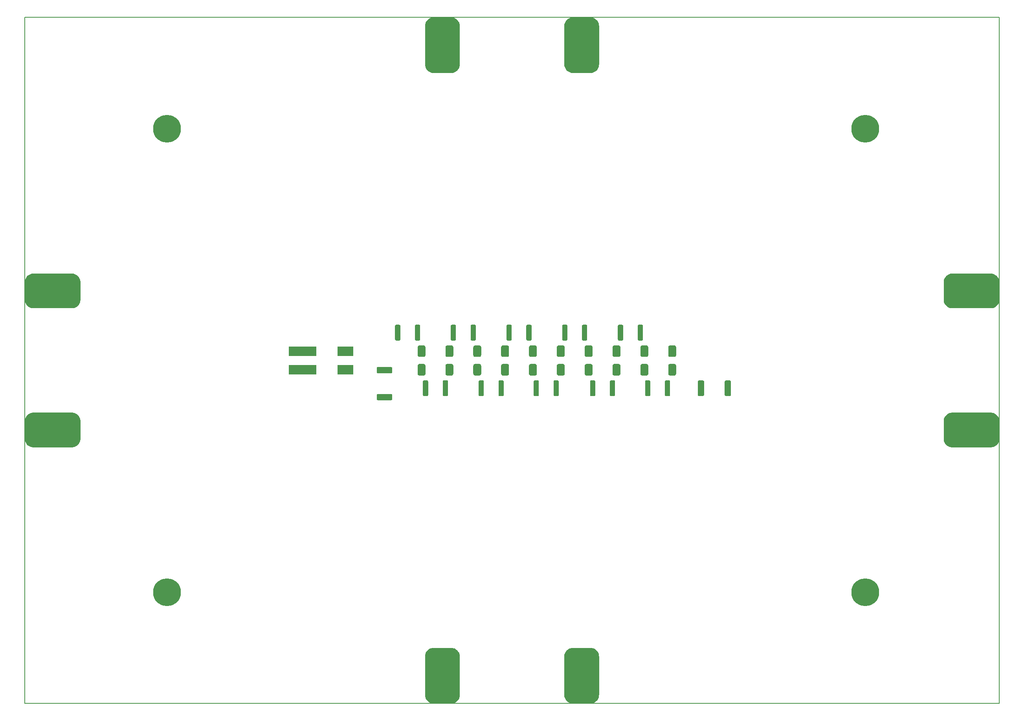
<source format=gbp>
%TF.GenerationSoftware,KiCad,Pcbnew,5.0.1*%
%TF.CreationDate,2019-02-24T21:46:33+01:00*%
%TF.ProjectId,Statikplatte,53746174696B706C617474652E6B6963,rev?*%
%TF.SameCoordinates,Original*%
%TF.FileFunction,Paste,Bot*%
%TF.FilePolarity,Positive*%
%FSLAX46Y46*%
G04 Gerber Fmt 4.6, Leading zero omitted, Abs format (unit mm)*
G04 Created by KiCad (PCBNEW 5.0.1) date So 24 Feb 2019 21:46:33 CET*
%MOMM*%
%LPD*%
G01*
G04 APERTURE LIST*
%ADD10C,0.150000*%
%ADD11C,0.100000*%
%ADD12C,1.350000*%
%ADD13R,6.000000X2.000000*%
%ADD14R,3.500000X2.000000*%
%ADD15C,1.700000*%
%ADD16C,1.125000*%
%ADD17C,6.000000*%
%ADD18C,7.500000*%
G04 APERTURE END LIST*
D10*
X15000000Y-15000000D02*
X225000000Y-15000000D01*
X225000000Y-15000000D02*
X225000000Y-163000000D01*
X15000000Y-163000000D02*
X225000000Y-163000000D01*
X15000000Y-15000000D02*
X15000000Y-163000000D01*
D11*
G36*
X93949505Y-90426204D02*
X93973773Y-90429804D01*
X93997572Y-90435765D01*
X94020671Y-90444030D01*
X94042850Y-90454520D01*
X94063893Y-90467132D01*
X94083599Y-90481747D01*
X94101777Y-90498223D01*
X94118253Y-90516401D01*
X94132868Y-90536107D01*
X94145480Y-90557150D01*
X94155970Y-90579329D01*
X94164235Y-90602428D01*
X94170196Y-90626227D01*
X94173796Y-90650495D01*
X94175000Y-90674999D01*
X94175000Y-91525001D01*
X94173796Y-91549505D01*
X94170196Y-91573773D01*
X94164235Y-91597572D01*
X94155970Y-91620671D01*
X94145480Y-91642850D01*
X94132868Y-91663893D01*
X94118253Y-91683599D01*
X94101777Y-91701777D01*
X94083599Y-91718253D01*
X94063893Y-91732868D01*
X94042850Y-91745480D01*
X94020671Y-91755970D01*
X93997572Y-91764235D01*
X93973773Y-91770196D01*
X93949505Y-91773796D01*
X93925001Y-91775000D01*
X91074999Y-91775000D01*
X91050495Y-91773796D01*
X91026227Y-91770196D01*
X91002428Y-91764235D01*
X90979329Y-91755970D01*
X90957150Y-91745480D01*
X90936107Y-91732868D01*
X90916401Y-91718253D01*
X90898223Y-91701777D01*
X90881747Y-91683599D01*
X90867132Y-91663893D01*
X90854520Y-91642850D01*
X90844030Y-91620671D01*
X90835765Y-91597572D01*
X90829804Y-91573773D01*
X90826204Y-91549505D01*
X90825000Y-91525001D01*
X90825000Y-90674999D01*
X90826204Y-90650495D01*
X90829804Y-90626227D01*
X90835765Y-90602428D01*
X90844030Y-90579329D01*
X90854520Y-90557150D01*
X90867132Y-90536107D01*
X90881747Y-90516401D01*
X90898223Y-90498223D01*
X90916401Y-90481747D01*
X90936107Y-90467132D01*
X90957150Y-90454520D01*
X90979329Y-90444030D01*
X91002428Y-90435765D01*
X91026227Y-90429804D01*
X91050495Y-90426204D01*
X91074999Y-90425000D01*
X93925001Y-90425000D01*
X93949505Y-90426204D01*
X93949505Y-90426204D01*
G37*
D12*
X92500000Y-91100000D03*
D11*
G36*
X93949505Y-96226204D02*
X93973773Y-96229804D01*
X93997572Y-96235765D01*
X94020671Y-96244030D01*
X94042850Y-96254520D01*
X94063893Y-96267132D01*
X94083599Y-96281747D01*
X94101777Y-96298223D01*
X94118253Y-96316401D01*
X94132868Y-96336107D01*
X94145480Y-96357150D01*
X94155970Y-96379329D01*
X94164235Y-96402428D01*
X94170196Y-96426227D01*
X94173796Y-96450495D01*
X94175000Y-96474999D01*
X94175000Y-97325001D01*
X94173796Y-97349505D01*
X94170196Y-97373773D01*
X94164235Y-97397572D01*
X94155970Y-97420671D01*
X94145480Y-97442850D01*
X94132868Y-97463893D01*
X94118253Y-97483599D01*
X94101777Y-97501777D01*
X94083599Y-97518253D01*
X94063893Y-97532868D01*
X94042850Y-97545480D01*
X94020671Y-97555970D01*
X93997572Y-97564235D01*
X93973773Y-97570196D01*
X93949505Y-97573796D01*
X93925001Y-97575000D01*
X91074999Y-97575000D01*
X91050495Y-97573796D01*
X91026227Y-97570196D01*
X91002428Y-97564235D01*
X90979329Y-97555970D01*
X90957150Y-97545480D01*
X90936107Y-97532868D01*
X90916401Y-97518253D01*
X90898223Y-97501777D01*
X90881747Y-97483599D01*
X90867132Y-97463893D01*
X90854520Y-97442850D01*
X90844030Y-97420671D01*
X90835765Y-97397572D01*
X90829804Y-97373773D01*
X90826204Y-97349505D01*
X90825000Y-97325001D01*
X90825000Y-96474999D01*
X90826204Y-96450495D01*
X90829804Y-96426227D01*
X90835765Y-96402428D01*
X90844030Y-96379329D01*
X90854520Y-96357150D01*
X90867132Y-96336107D01*
X90881747Y-96316401D01*
X90898223Y-96298223D01*
X90916401Y-96281747D01*
X90936107Y-96267132D01*
X90957150Y-96254520D01*
X90979329Y-96244030D01*
X91002428Y-96235765D01*
X91026227Y-96229804D01*
X91050495Y-96226204D01*
X91074999Y-96225000D01*
X93925001Y-96225000D01*
X93949505Y-96226204D01*
X93949505Y-96226204D01*
G37*
D12*
X92500000Y-96900000D03*
D13*
X74875000Y-91000000D03*
X74875000Y-87000000D03*
D14*
X84125000Y-91000000D03*
X84125000Y-87000000D03*
D11*
G36*
X100966657Y-89752046D02*
X101007913Y-89758166D01*
X101048371Y-89768300D01*
X101087640Y-89782351D01*
X101125344Y-89800183D01*
X101161117Y-89821625D01*
X101194617Y-89846471D01*
X101225520Y-89874480D01*
X101253529Y-89905383D01*
X101278375Y-89938883D01*
X101299817Y-89974656D01*
X101317649Y-90012360D01*
X101331700Y-90051629D01*
X101341834Y-90092087D01*
X101347954Y-90133343D01*
X101350000Y-90175000D01*
X101350000Y-91825000D01*
X101347954Y-91866657D01*
X101341834Y-91907913D01*
X101331700Y-91948371D01*
X101317649Y-91987640D01*
X101299817Y-92025344D01*
X101278375Y-92061117D01*
X101253529Y-92094617D01*
X101225520Y-92125520D01*
X101194617Y-92153529D01*
X101161117Y-92178375D01*
X101125344Y-92199817D01*
X101087640Y-92217649D01*
X101048371Y-92231700D01*
X101007913Y-92241834D01*
X100966657Y-92247954D01*
X100925000Y-92250000D01*
X100075000Y-92250000D01*
X100033343Y-92247954D01*
X99992087Y-92241834D01*
X99951629Y-92231700D01*
X99912360Y-92217649D01*
X99874656Y-92199817D01*
X99838883Y-92178375D01*
X99805383Y-92153529D01*
X99774480Y-92125520D01*
X99746471Y-92094617D01*
X99721625Y-92061117D01*
X99700183Y-92025344D01*
X99682351Y-91987640D01*
X99668300Y-91948371D01*
X99658166Y-91907913D01*
X99652046Y-91866657D01*
X99650000Y-91825000D01*
X99650000Y-90175000D01*
X99652046Y-90133343D01*
X99658166Y-90092087D01*
X99668300Y-90051629D01*
X99682351Y-90012360D01*
X99700183Y-89974656D01*
X99721625Y-89938883D01*
X99746471Y-89905383D01*
X99774480Y-89874480D01*
X99805383Y-89846471D01*
X99838883Y-89821625D01*
X99874656Y-89800183D01*
X99912360Y-89782351D01*
X99951629Y-89768300D01*
X99992087Y-89758166D01*
X100033343Y-89752046D01*
X100075000Y-89750000D01*
X100925000Y-89750000D01*
X100966657Y-89752046D01*
X100966657Y-89752046D01*
G37*
D15*
X100500000Y-91000000D03*
D11*
G36*
X100966657Y-85752046D02*
X101007913Y-85758166D01*
X101048371Y-85768300D01*
X101087640Y-85782351D01*
X101125344Y-85800183D01*
X101161117Y-85821625D01*
X101194617Y-85846471D01*
X101225520Y-85874480D01*
X101253529Y-85905383D01*
X101278375Y-85938883D01*
X101299817Y-85974656D01*
X101317649Y-86012360D01*
X101331700Y-86051629D01*
X101341834Y-86092087D01*
X101347954Y-86133343D01*
X101350000Y-86175000D01*
X101350000Y-87825000D01*
X101347954Y-87866657D01*
X101341834Y-87907913D01*
X101331700Y-87948371D01*
X101317649Y-87987640D01*
X101299817Y-88025344D01*
X101278375Y-88061117D01*
X101253529Y-88094617D01*
X101225520Y-88125520D01*
X101194617Y-88153529D01*
X101161117Y-88178375D01*
X101125344Y-88199817D01*
X101087640Y-88217649D01*
X101048371Y-88231700D01*
X101007913Y-88241834D01*
X100966657Y-88247954D01*
X100925000Y-88250000D01*
X100075000Y-88250000D01*
X100033343Y-88247954D01*
X99992087Y-88241834D01*
X99951629Y-88231700D01*
X99912360Y-88217649D01*
X99874656Y-88199817D01*
X99838883Y-88178375D01*
X99805383Y-88153529D01*
X99774480Y-88125520D01*
X99746471Y-88094617D01*
X99721625Y-88061117D01*
X99700183Y-88025344D01*
X99682351Y-87987640D01*
X99668300Y-87948371D01*
X99658166Y-87907913D01*
X99652046Y-87866657D01*
X99650000Y-87825000D01*
X99650000Y-86175000D01*
X99652046Y-86133343D01*
X99658166Y-86092087D01*
X99668300Y-86051629D01*
X99682351Y-86012360D01*
X99700183Y-85974656D01*
X99721625Y-85938883D01*
X99746471Y-85905383D01*
X99774480Y-85874480D01*
X99805383Y-85846471D01*
X99838883Y-85821625D01*
X99874656Y-85800183D01*
X99912360Y-85782351D01*
X99951629Y-85768300D01*
X99992087Y-85758166D01*
X100033343Y-85752046D01*
X100075000Y-85750000D01*
X100925000Y-85750000D01*
X100966657Y-85752046D01*
X100966657Y-85752046D01*
G37*
D15*
X100500000Y-87000000D03*
D11*
G36*
X161149505Y-93326204D02*
X161173773Y-93329804D01*
X161197572Y-93335765D01*
X161220671Y-93344030D01*
X161242850Y-93354520D01*
X161263893Y-93367132D01*
X161283599Y-93381747D01*
X161301777Y-93398223D01*
X161318253Y-93416401D01*
X161332868Y-93436107D01*
X161345480Y-93457150D01*
X161355970Y-93479329D01*
X161364235Y-93502428D01*
X161370196Y-93526227D01*
X161373796Y-93550495D01*
X161375000Y-93574999D01*
X161375000Y-96425001D01*
X161373796Y-96449505D01*
X161370196Y-96473773D01*
X161364235Y-96497572D01*
X161355970Y-96520671D01*
X161345480Y-96542850D01*
X161332868Y-96563893D01*
X161318253Y-96583599D01*
X161301777Y-96601777D01*
X161283599Y-96618253D01*
X161263893Y-96632868D01*
X161242850Y-96645480D01*
X161220671Y-96655970D01*
X161197572Y-96664235D01*
X161173773Y-96670196D01*
X161149505Y-96673796D01*
X161125001Y-96675000D01*
X160274999Y-96675000D01*
X160250495Y-96673796D01*
X160226227Y-96670196D01*
X160202428Y-96664235D01*
X160179329Y-96655970D01*
X160157150Y-96645480D01*
X160136107Y-96632868D01*
X160116401Y-96618253D01*
X160098223Y-96601777D01*
X160081747Y-96583599D01*
X160067132Y-96563893D01*
X160054520Y-96542850D01*
X160044030Y-96520671D01*
X160035765Y-96497572D01*
X160029804Y-96473773D01*
X160026204Y-96449505D01*
X160025000Y-96425001D01*
X160025000Y-93574999D01*
X160026204Y-93550495D01*
X160029804Y-93526227D01*
X160035765Y-93502428D01*
X160044030Y-93479329D01*
X160054520Y-93457150D01*
X160067132Y-93436107D01*
X160081747Y-93416401D01*
X160098223Y-93398223D01*
X160116401Y-93381747D01*
X160136107Y-93367132D01*
X160157150Y-93354520D01*
X160179329Y-93344030D01*
X160202428Y-93335765D01*
X160226227Y-93329804D01*
X160250495Y-93326204D01*
X160274999Y-93325000D01*
X161125001Y-93325000D01*
X161149505Y-93326204D01*
X161149505Y-93326204D01*
G37*
D12*
X160700000Y-95000000D03*
D11*
G36*
X166949505Y-93326204D02*
X166973773Y-93329804D01*
X166997572Y-93335765D01*
X167020671Y-93344030D01*
X167042850Y-93354520D01*
X167063893Y-93367132D01*
X167083599Y-93381747D01*
X167101777Y-93398223D01*
X167118253Y-93416401D01*
X167132868Y-93436107D01*
X167145480Y-93457150D01*
X167155970Y-93479329D01*
X167164235Y-93502428D01*
X167170196Y-93526227D01*
X167173796Y-93550495D01*
X167175000Y-93574999D01*
X167175000Y-96425001D01*
X167173796Y-96449505D01*
X167170196Y-96473773D01*
X167164235Y-96497572D01*
X167155970Y-96520671D01*
X167145480Y-96542850D01*
X167132868Y-96563893D01*
X167118253Y-96583599D01*
X167101777Y-96601777D01*
X167083599Y-96618253D01*
X167063893Y-96632868D01*
X167042850Y-96645480D01*
X167020671Y-96655970D01*
X166997572Y-96664235D01*
X166973773Y-96670196D01*
X166949505Y-96673796D01*
X166925001Y-96675000D01*
X166074999Y-96675000D01*
X166050495Y-96673796D01*
X166026227Y-96670196D01*
X166002428Y-96664235D01*
X165979329Y-96655970D01*
X165957150Y-96645480D01*
X165936107Y-96632868D01*
X165916401Y-96618253D01*
X165898223Y-96601777D01*
X165881747Y-96583599D01*
X165867132Y-96563893D01*
X165854520Y-96542850D01*
X165844030Y-96520671D01*
X165835765Y-96497572D01*
X165829804Y-96473773D01*
X165826204Y-96449505D01*
X165825000Y-96425001D01*
X165825000Y-93574999D01*
X165826204Y-93550495D01*
X165829804Y-93526227D01*
X165835765Y-93502428D01*
X165844030Y-93479329D01*
X165854520Y-93457150D01*
X165867132Y-93436107D01*
X165881747Y-93416401D01*
X165898223Y-93398223D01*
X165916401Y-93381747D01*
X165936107Y-93367132D01*
X165957150Y-93354520D01*
X165979329Y-93344030D01*
X166002428Y-93335765D01*
X166026227Y-93329804D01*
X166050495Y-93326204D01*
X166074999Y-93325000D01*
X166925001Y-93325000D01*
X166949505Y-93326204D01*
X166949505Y-93326204D01*
G37*
D12*
X166500000Y-95000000D03*
D11*
G36*
X95699505Y-81301204D02*
X95723773Y-81304804D01*
X95747572Y-81310765D01*
X95770671Y-81319030D01*
X95792850Y-81329520D01*
X95813893Y-81342132D01*
X95833599Y-81356747D01*
X95851777Y-81373223D01*
X95868253Y-81391401D01*
X95882868Y-81411107D01*
X95895480Y-81432150D01*
X95905970Y-81454329D01*
X95914235Y-81477428D01*
X95920196Y-81501227D01*
X95923796Y-81525495D01*
X95925000Y-81549999D01*
X95925000Y-84450001D01*
X95923796Y-84474505D01*
X95920196Y-84498773D01*
X95914235Y-84522572D01*
X95905970Y-84545671D01*
X95895480Y-84567850D01*
X95882868Y-84588893D01*
X95868253Y-84608599D01*
X95851777Y-84626777D01*
X95833599Y-84643253D01*
X95813893Y-84657868D01*
X95792850Y-84670480D01*
X95770671Y-84680970D01*
X95747572Y-84689235D01*
X95723773Y-84695196D01*
X95699505Y-84698796D01*
X95675001Y-84700000D01*
X95049999Y-84700000D01*
X95025495Y-84698796D01*
X95001227Y-84695196D01*
X94977428Y-84689235D01*
X94954329Y-84680970D01*
X94932150Y-84670480D01*
X94911107Y-84657868D01*
X94891401Y-84643253D01*
X94873223Y-84626777D01*
X94856747Y-84608599D01*
X94842132Y-84588893D01*
X94829520Y-84567850D01*
X94819030Y-84545671D01*
X94810765Y-84522572D01*
X94804804Y-84498773D01*
X94801204Y-84474505D01*
X94800000Y-84450001D01*
X94800000Y-81549999D01*
X94801204Y-81525495D01*
X94804804Y-81501227D01*
X94810765Y-81477428D01*
X94819030Y-81454329D01*
X94829520Y-81432150D01*
X94842132Y-81411107D01*
X94856747Y-81391401D01*
X94873223Y-81373223D01*
X94891401Y-81356747D01*
X94911107Y-81342132D01*
X94932150Y-81329520D01*
X94954329Y-81319030D01*
X94977428Y-81310765D01*
X95001227Y-81304804D01*
X95025495Y-81301204D01*
X95049999Y-81300000D01*
X95675001Y-81300000D01*
X95699505Y-81301204D01*
X95699505Y-81301204D01*
G37*
D16*
X95362500Y-83000000D03*
D11*
G36*
X99974505Y-81301204D02*
X99998773Y-81304804D01*
X100022572Y-81310765D01*
X100045671Y-81319030D01*
X100067850Y-81329520D01*
X100088893Y-81342132D01*
X100108599Y-81356747D01*
X100126777Y-81373223D01*
X100143253Y-81391401D01*
X100157868Y-81411107D01*
X100170480Y-81432150D01*
X100180970Y-81454329D01*
X100189235Y-81477428D01*
X100195196Y-81501227D01*
X100198796Y-81525495D01*
X100200000Y-81549999D01*
X100200000Y-84450001D01*
X100198796Y-84474505D01*
X100195196Y-84498773D01*
X100189235Y-84522572D01*
X100180970Y-84545671D01*
X100170480Y-84567850D01*
X100157868Y-84588893D01*
X100143253Y-84608599D01*
X100126777Y-84626777D01*
X100108599Y-84643253D01*
X100088893Y-84657868D01*
X100067850Y-84670480D01*
X100045671Y-84680970D01*
X100022572Y-84689235D01*
X99998773Y-84695196D01*
X99974505Y-84698796D01*
X99950001Y-84700000D01*
X99324999Y-84700000D01*
X99300495Y-84698796D01*
X99276227Y-84695196D01*
X99252428Y-84689235D01*
X99229329Y-84680970D01*
X99207150Y-84670480D01*
X99186107Y-84657868D01*
X99166401Y-84643253D01*
X99148223Y-84626777D01*
X99131747Y-84608599D01*
X99117132Y-84588893D01*
X99104520Y-84567850D01*
X99094030Y-84545671D01*
X99085765Y-84522572D01*
X99079804Y-84498773D01*
X99076204Y-84474505D01*
X99075000Y-84450001D01*
X99075000Y-81549999D01*
X99076204Y-81525495D01*
X99079804Y-81501227D01*
X99085765Y-81477428D01*
X99094030Y-81454329D01*
X99104520Y-81432150D01*
X99117132Y-81411107D01*
X99131747Y-81391401D01*
X99148223Y-81373223D01*
X99166401Y-81356747D01*
X99186107Y-81342132D01*
X99207150Y-81329520D01*
X99229329Y-81319030D01*
X99252428Y-81310765D01*
X99276227Y-81304804D01*
X99300495Y-81301204D01*
X99324999Y-81300000D01*
X99950001Y-81300000D01*
X99974505Y-81301204D01*
X99974505Y-81301204D01*
G37*
D16*
X99637500Y-83000000D03*
D11*
G36*
X148966657Y-89752046D02*
X149007913Y-89758166D01*
X149048371Y-89768300D01*
X149087640Y-89782351D01*
X149125344Y-89800183D01*
X149161117Y-89821625D01*
X149194617Y-89846471D01*
X149225520Y-89874480D01*
X149253529Y-89905383D01*
X149278375Y-89938883D01*
X149299817Y-89974656D01*
X149317649Y-90012360D01*
X149331700Y-90051629D01*
X149341834Y-90092087D01*
X149347954Y-90133343D01*
X149350000Y-90175000D01*
X149350000Y-91825000D01*
X149347954Y-91866657D01*
X149341834Y-91907913D01*
X149331700Y-91948371D01*
X149317649Y-91987640D01*
X149299817Y-92025344D01*
X149278375Y-92061117D01*
X149253529Y-92094617D01*
X149225520Y-92125520D01*
X149194617Y-92153529D01*
X149161117Y-92178375D01*
X149125344Y-92199817D01*
X149087640Y-92217649D01*
X149048371Y-92231700D01*
X149007913Y-92241834D01*
X148966657Y-92247954D01*
X148925000Y-92250000D01*
X148075000Y-92250000D01*
X148033343Y-92247954D01*
X147992087Y-92241834D01*
X147951629Y-92231700D01*
X147912360Y-92217649D01*
X147874656Y-92199817D01*
X147838883Y-92178375D01*
X147805383Y-92153529D01*
X147774480Y-92125520D01*
X147746471Y-92094617D01*
X147721625Y-92061117D01*
X147700183Y-92025344D01*
X147682351Y-91987640D01*
X147668300Y-91948371D01*
X147658166Y-91907913D01*
X147652046Y-91866657D01*
X147650000Y-91825000D01*
X147650000Y-90175000D01*
X147652046Y-90133343D01*
X147658166Y-90092087D01*
X147668300Y-90051629D01*
X147682351Y-90012360D01*
X147700183Y-89974656D01*
X147721625Y-89938883D01*
X147746471Y-89905383D01*
X147774480Y-89874480D01*
X147805383Y-89846471D01*
X147838883Y-89821625D01*
X147874656Y-89800183D01*
X147912360Y-89782351D01*
X147951629Y-89768300D01*
X147992087Y-89758166D01*
X148033343Y-89752046D01*
X148075000Y-89750000D01*
X148925000Y-89750000D01*
X148966657Y-89752046D01*
X148966657Y-89752046D01*
G37*
D15*
X148500000Y-91000000D03*
D11*
G36*
X148966657Y-85752046D02*
X149007913Y-85758166D01*
X149048371Y-85768300D01*
X149087640Y-85782351D01*
X149125344Y-85800183D01*
X149161117Y-85821625D01*
X149194617Y-85846471D01*
X149225520Y-85874480D01*
X149253529Y-85905383D01*
X149278375Y-85938883D01*
X149299817Y-85974656D01*
X149317649Y-86012360D01*
X149331700Y-86051629D01*
X149341834Y-86092087D01*
X149347954Y-86133343D01*
X149350000Y-86175000D01*
X149350000Y-87825000D01*
X149347954Y-87866657D01*
X149341834Y-87907913D01*
X149331700Y-87948371D01*
X149317649Y-87987640D01*
X149299817Y-88025344D01*
X149278375Y-88061117D01*
X149253529Y-88094617D01*
X149225520Y-88125520D01*
X149194617Y-88153529D01*
X149161117Y-88178375D01*
X149125344Y-88199817D01*
X149087640Y-88217649D01*
X149048371Y-88231700D01*
X149007913Y-88241834D01*
X148966657Y-88247954D01*
X148925000Y-88250000D01*
X148075000Y-88250000D01*
X148033343Y-88247954D01*
X147992087Y-88241834D01*
X147951629Y-88231700D01*
X147912360Y-88217649D01*
X147874656Y-88199817D01*
X147838883Y-88178375D01*
X147805383Y-88153529D01*
X147774480Y-88125520D01*
X147746471Y-88094617D01*
X147721625Y-88061117D01*
X147700183Y-88025344D01*
X147682351Y-87987640D01*
X147668300Y-87948371D01*
X147658166Y-87907913D01*
X147652046Y-87866657D01*
X147650000Y-87825000D01*
X147650000Y-86175000D01*
X147652046Y-86133343D01*
X147658166Y-86092087D01*
X147668300Y-86051629D01*
X147682351Y-86012360D01*
X147700183Y-85974656D01*
X147721625Y-85938883D01*
X147746471Y-85905383D01*
X147774480Y-85874480D01*
X147805383Y-85846471D01*
X147838883Y-85821625D01*
X147874656Y-85800183D01*
X147912360Y-85782351D01*
X147951629Y-85768300D01*
X147992087Y-85758166D01*
X148033343Y-85752046D01*
X148075000Y-85750000D01*
X148925000Y-85750000D01*
X148966657Y-85752046D01*
X148966657Y-85752046D01*
G37*
D15*
X148500000Y-87000000D03*
D11*
G36*
X142966657Y-85752046D02*
X143007913Y-85758166D01*
X143048371Y-85768300D01*
X143087640Y-85782351D01*
X143125344Y-85800183D01*
X143161117Y-85821625D01*
X143194617Y-85846471D01*
X143225520Y-85874480D01*
X143253529Y-85905383D01*
X143278375Y-85938883D01*
X143299817Y-85974656D01*
X143317649Y-86012360D01*
X143331700Y-86051629D01*
X143341834Y-86092087D01*
X143347954Y-86133343D01*
X143350000Y-86175000D01*
X143350000Y-87825000D01*
X143347954Y-87866657D01*
X143341834Y-87907913D01*
X143331700Y-87948371D01*
X143317649Y-87987640D01*
X143299817Y-88025344D01*
X143278375Y-88061117D01*
X143253529Y-88094617D01*
X143225520Y-88125520D01*
X143194617Y-88153529D01*
X143161117Y-88178375D01*
X143125344Y-88199817D01*
X143087640Y-88217649D01*
X143048371Y-88231700D01*
X143007913Y-88241834D01*
X142966657Y-88247954D01*
X142925000Y-88250000D01*
X142075000Y-88250000D01*
X142033343Y-88247954D01*
X141992087Y-88241834D01*
X141951629Y-88231700D01*
X141912360Y-88217649D01*
X141874656Y-88199817D01*
X141838883Y-88178375D01*
X141805383Y-88153529D01*
X141774480Y-88125520D01*
X141746471Y-88094617D01*
X141721625Y-88061117D01*
X141700183Y-88025344D01*
X141682351Y-87987640D01*
X141668300Y-87948371D01*
X141658166Y-87907913D01*
X141652046Y-87866657D01*
X141650000Y-87825000D01*
X141650000Y-86175000D01*
X141652046Y-86133343D01*
X141658166Y-86092087D01*
X141668300Y-86051629D01*
X141682351Y-86012360D01*
X141700183Y-85974656D01*
X141721625Y-85938883D01*
X141746471Y-85905383D01*
X141774480Y-85874480D01*
X141805383Y-85846471D01*
X141838883Y-85821625D01*
X141874656Y-85800183D01*
X141912360Y-85782351D01*
X141951629Y-85768300D01*
X141992087Y-85758166D01*
X142033343Y-85752046D01*
X142075000Y-85750000D01*
X142925000Y-85750000D01*
X142966657Y-85752046D01*
X142966657Y-85752046D01*
G37*
D15*
X142500000Y-87000000D03*
D11*
G36*
X142966657Y-89752046D02*
X143007913Y-89758166D01*
X143048371Y-89768300D01*
X143087640Y-89782351D01*
X143125344Y-89800183D01*
X143161117Y-89821625D01*
X143194617Y-89846471D01*
X143225520Y-89874480D01*
X143253529Y-89905383D01*
X143278375Y-89938883D01*
X143299817Y-89974656D01*
X143317649Y-90012360D01*
X143331700Y-90051629D01*
X143341834Y-90092087D01*
X143347954Y-90133343D01*
X143350000Y-90175000D01*
X143350000Y-91825000D01*
X143347954Y-91866657D01*
X143341834Y-91907913D01*
X143331700Y-91948371D01*
X143317649Y-91987640D01*
X143299817Y-92025344D01*
X143278375Y-92061117D01*
X143253529Y-92094617D01*
X143225520Y-92125520D01*
X143194617Y-92153529D01*
X143161117Y-92178375D01*
X143125344Y-92199817D01*
X143087640Y-92217649D01*
X143048371Y-92231700D01*
X143007913Y-92241834D01*
X142966657Y-92247954D01*
X142925000Y-92250000D01*
X142075000Y-92250000D01*
X142033343Y-92247954D01*
X141992087Y-92241834D01*
X141951629Y-92231700D01*
X141912360Y-92217649D01*
X141874656Y-92199817D01*
X141838883Y-92178375D01*
X141805383Y-92153529D01*
X141774480Y-92125520D01*
X141746471Y-92094617D01*
X141721625Y-92061117D01*
X141700183Y-92025344D01*
X141682351Y-91987640D01*
X141668300Y-91948371D01*
X141658166Y-91907913D01*
X141652046Y-91866657D01*
X141650000Y-91825000D01*
X141650000Y-90175000D01*
X141652046Y-90133343D01*
X141658166Y-90092087D01*
X141668300Y-90051629D01*
X141682351Y-90012360D01*
X141700183Y-89974656D01*
X141721625Y-89938883D01*
X141746471Y-89905383D01*
X141774480Y-89874480D01*
X141805383Y-89846471D01*
X141838883Y-89821625D01*
X141874656Y-89800183D01*
X141912360Y-89782351D01*
X141951629Y-89768300D01*
X141992087Y-89758166D01*
X142033343Y-89752046D01*
X142075000Y-89750000D01*
X142925000Y-89750000D01*
X142966657Y-89752046D01*
X142966657Y-89752046D01*
G37*
D15*
X142500000Y-91000000D03*
D11*
G36*
X136966657Y-89752047D02*
X137007913Y-89758167D01*
X137048371Y-89768301D01*
X137087640Y-89782352D01*
X137125344Y-89800184D01*
X137161117Y-89821626D01*
X137194617Y-89846472D01*
X137225520Y-89874481D01*
X137253529Y-89905384D01*
X137278375Y-89938884D01*
X137299817Y-89974657D01*
X137317649Y-90012361D01*
X137331700Y-90051630D01*
X137341834Y-90092088D01*
X137347954Y-90133344D01*
X137350000Y-90175001D01*
X137350000Y-91825001D01*
X137347954Y-91866658D01*
X137341834Y-91907914D01*
X137331700Y-91948372D01*
X137317649Y-91987641D01*
X137299817Y-92025345D01*
X137278375Y-92061118D01*
X137253529Y-92094618D01*
X137225520Y-92125521D01*
X137194617Y-92153530D01*
X137161117Y-92178376D01*
X137125344Y-92199818D01*
X137087640Y-92217650D01*
X137048371Y-92231701D01*
X137007913Y-92241835D01*
X136966657Y-92247955D01*
X136925000Y-92250001D01*
X136075000Y-92250001D01*
X136033343Y-92247955D01*
X135992087Y-92241835D01*
X135951629Y-92231701D01*
X135912360Y-92217650D01*
X135874656Y-92199818D01*
X135838883Y-92178376D01*
X135805383Y-92153530D01*
X135774480Y-92125521D01*
X135746471Y-92094618D01*
X135721625Y-92061118D01*
X135700183Y-92025345D01*
X135682351Y-91987641D01*
X135668300Y-91948372D01*
X135658166Y-91907914D01*
X135652046Y-91866658D01*
X135650000Y-91825001D01*
X135650000Y-90175001D01*
X135652046Y-90133344D01*
X135658166Y-90092088D01*
X135668300Y-90051630D01*
X135682351Y-90012361D01*
X135700183Y-89974657D01*
X135721625Y-89938884D01*
X135746471Y-89905384D01*
X135774480Y-89874481D01*
X135805383Y-89846472D01*
X135838883Y-89821626D01*
X135874656Y-89800184D01*
X135912360Y-89782352D01*
X135951629Y-89768301D01*
X135992087Y-89758167D01*
X136033343Y-89752047D01*
X136075000Y-89750001D01*
X136925000Y-89750001D01*
X136966657Y-89752047D01*
X136966657Y-89752047D01*
G37*
D15*
X136500000Y-91000001D03*
D11*
G36*
X136966657Y-85752047D02*
X137007913Y-85758167D01*
X137048371Y-85768301D01*
X137087640Y-85782352D01*
X137125344Y-85800184D01*
X137161117Y-85821626D01*
X137194617Y-85846472D01*
X137225520Y-85874481D01*
X137253529Y-85905384D01*
X137278375Y-85938884D01*
X137299817Y-85974657D01*
X137317649Y-86012361D01*
X137331700Y-86051630D01*
X137341834Y-86092088D01*
X137347954Y-86133344D01*
X137350000Y-86175001D01*
X137350000Y-87825001D01*
X137347954Y-87866658D01*
X137341834Y-87907914D01*
X137331700Y-87948372D01*
X137317649Y-87987641D01*
X137299817Y-88025345D01*
X137278375Y-88061118D01*
X137253529Y-88094618D01*
X137225520Y-88125521D01*
X137194617Y-88153530D01*
X137161117Y-88178376D01*
X137125344Y-88199818D01*
X137087640Y-88217650D01*
X137048371Y-88231701D01*
X137007913Y-88241835D01*
X136966657Y-88247955D01*
X136925000Y-88250001D01*
X136075000Y-88250001D01*
X136033343Y-88247955D01*
X135992087Y-88241835D01*
X135951629Y-88231701D01*
X135912360Y-88217650D01*
X135874656Y-88199818D01*
X135838883Y-88178376D01*
X135805383Y-88153530D01*
X135774480Y-88125521D01*
X135746471Y-88094618D01*
X135721625Y-88061118D01*
X135700183Y-88025345D01*
X135682351Y-87987641D01*
X135668300Y-87948372D01*
X135658166Y-87907914D01*
X135652046Y-87866658D01*
X135650000Y-87825001D01*
X135650000Y-86175001D01*
X135652046Y-86133344D01*
X135658166Y-86092088D01*
X135668300Y-86051630D01*
X135682351Y-86012361D01*
X135700183Y-85974657D01*
X135721625Y-85938884D01*
X135746471Y-85905384D01*
X135774480Y-85874481D01*
X135805383Y-85846472D01*
X135838883Y-85821626D01*
X135874656Y-85800184D01*
X135912360Y-85782352D01*
X135951629Y-85768301D01*
X135992087Y-85758167D01*
X136033343Y-85752047D01*
X136075000Y-85750001D01*
X136925000Y-85750001D01*
X136966657Y-85752047D01*
X136966657Y-85752047D01*
G37*
D15*
X136500000Y-87000001D03*
D11*
G36*
X130966657Y-85752045D02*
X131007913Y-85758165D01*
X131048371Y-85768299D01*
X131087640Y-85782350D01*
X131125344Y-85800182D01*
X131161117Y-85821624D01*
X131194617Y-85846470D01*
X131225520Y-85874479D01*
X131253529Y-85905382D01*
X131278375Y-85938882D01*
X131299817Y-85974655D01*
X131317649Y-86012359D01*
X131331700Y-86051628D01*
X131341834Y-86092086D01*
X131347954Y-86133342D01*
X131350000Y-86174999D01*
X131350000Y-87824999D01*
X131347954Y-87866656D01*
X131341834Y-87907912D01*
X131331700Y-87948370D01*
X131317649Y-87987639D01*
X131299817Y-88025343D01*
X131278375Y-88061116D01*
X131253529Y-88094616D01*
X131225520Y-88125519D01*
X131194617Y-88153528D01*
X131161117Y-88178374D01*
X131125344Y-88199816D01*
X131087640Y-88217648D01*
X131048371Y-88231699D01*
X131007913Y-88241833D01*
X130966657Y-88247953D01*
X130925000Y-88249999D01*
X130075000Y-88249999D01*
X130033343Y-88247953D01*
X129992087Y-88241833D01*
X129951629Y-88231699D01*
X129912360Y-88217648D01*
X129874656Y-88199816D01*
X129838883Y-88178374D01*
X129805383Y-88153528D01*
X129774480Y-88125519D01*
X129746471Y-88094616D01*
X129721625Y-88061116D01*
X129700183Y-88025343D01*
X129682351Y-87987639D01*
X129668300Y-87948370D01*
X129658166Y-87907912D01*
X129652046Y-87866656D01*
X129650000Y-87824999D01*
X129650000Y-86174999D01*
X129652046Y-86133342D01*
X129658166Y-86092086D01*
X129668300Y-86051628D01*
X129682351Y-86012359D01*
X129700183Y-85974655D01*
X129721625Y-85938882D01*
X129746471Y-85905382D01*
X129774480Y-85874479D01*
X129805383Y-85846470D01*
X129838883Y-85821624D01*
X129874656Y-85800182D01*
X129912360Y-85782350D01*
X129951629Y-85768299D01*
X129992087Y-85758165D01*
X130033343Y-85752045D01*
X130075000Y-85749999D01*
X130925000Y-85749999D01*
X130966657Y-85752045D01*
X130966657Y-85752045D01*
G37*
D15*
X130500000Y-86999999D03*
D11*
G36*
X130966657Y-89752045D02*
X131007913Y-89758165D01*
X131048371Y-89768299D01*
X131087640Y-89782350D01*
X131125344Y-89800182D01*
X131161117Y-89821624D01*
X131194617Y-89846470D01*
X131225520Y-89874479D01*
X131253529Y-89905382D01*
X131278375Y-89938882D01*
X131299817Y-89974655D01*
X131317649Y-90012359D01*
X131331700Y-90051628D01*
X131341834Y-90092086D01*
X131347954Y-90133342D01*
X131350000Y-90174999D01*
X131350000Y-91824999D01*
X131347954Y-91866656D01*
X131341834Y-91907912D01*
X131331700Y-91948370D01*
X131317649Y-91987639D01*
X131299817Y-92025343D01*
X131278375Y-92061116D01*
X131253529Y-92094616D01*
X131225520Y-92125519D01*
X131194617Y-92153528D01*
X131161117Y-92178374D01*
X131125344Y-92199816D01*
X131087640Y-92217648D01*
X131048371Y-92231699D01*
X131007913Y-92241833D01*
X130966657Y-92247953D01*
X130925000Y-92249999D01*
X130075000Y-92249999D01*
X130033343Y-92247953D01*
X129992087Y-92241833D01*
X129951629Y-92231699D01*
X129912360Y-92217648D01*
X129874656Y-92199816D01*
X129838883Y-92178374D01*
X129805383Y-92153528D01*
X129774480Y-92125519D01*
X129746471Y-92094616D01*
X129721625Y-92061116D01*
X129700183Y-92025343D01*
X129682351Y-91987639D01*
X129668300Y-91948370D01*
X129658166Y-91907912D01*
X129652046Y-91866656D01*
X129650000Y-91824999D01*
X129650000Y-90174999D01*
X129652046Y-90133342D01*
X129658166Y-90092086D01*
X129668300Y-90051628D01*
X129682351Y-90012359D01*
X129700183Y-89974655D01*
X129721625Y-89938882D01*
X129746471Y-89905382D01*
X129774480Y-89874479D01*
X129805383Y-89846470D01*
X129838883Y-89821624D01*
X129874656Y-89800182D01*
X129912360Y-89782350D01*
X129951629Y-89768299D01*
X129992087Y-89758165D01*
X130033343Y-89752045D01*
X130075000Y-89749999D01*
X130925000Y-89749999D01*
X130966657Y-89752045D01*
X130966657Y-89752045D01*
G37*
D15*
X130500000Y-90999999D03*
D11*
G36*
X124966657Y-89752046D02*
X125007913Y-89758166D01*
X125048371Y-89768300D01*
X125087640Y-89782351D01*
X125125344Y-89800183D01*
X125161117Y-89821625D01*
X125194617Y-89846471D01*
X125225520Y-89874480D01*
X125253529Y-89905383D01*
X125278375Y-89938883D01*
X125299817Y-89974656D01*
X125317649Y-90012360D01*
X125331700Y-90051629D01*
X125341834Y-90092087D01*
X125347954Y-90133343D01*
X125350000Y-90175000D01*
X125350000Y-91825000D01*
X125347954Y-91866657D01*
X125341834Y-91907913D01*
X125331700Y-91948371D01*
X125317649Y-91987640D01*
X125299817Y-92025344D01*
X125278375Y-92061117D01*
X125253529Y-92094617D01*
X125225520Y-92125520D01*
X125194617Y-92153529D01*
X125161117Y-92178375D01*
X125125344Y-92199817D01*
X125087640Y-92217649D01*
X125048371Y-92231700D01*
X125007913Y-92241834D01*
X124966657Y-92247954D01*
X124925000Y-92250000D01*
X124075000Y-92250000D01*
X124033343Y-92247954D01*
X123992087Y-92241834D01*
X123951629Y-92231700D01*
X123912360Y-92217649D01*
X123874656Y-92199817D01*
X123838883Y-92178375D01*
X123805383Y-92153529D01*
X123774480Y-92125520D01*
X123746471Y-92094617D01*
X123721625Y-92061117D01*
X123700183Y-92025344D01*
X123682351Y-91987640D01*
X123668300Y-91948371D01*
X123658166Y-91907913D01*
X123652046Y-91866657D01*
X123650000Y-91825000D01*
X123650000Y-90175000D01*
X123652046Y-90133343D01*
X123658166Y-90092087D01*
X123668300Y-90051629D01*
X123682351Y-90012360D01*
X123700183Y-89974656D01*
X123721625Y-89938883D01*
X123746471Y-89905383D01*
X123774480Y-89874480D01*
X123805383Y-89846471D01*
X123838883Y-89821625D01*
X123874656Y-89800183D01*
X123912360Y-89782351D01*
X123951629Y-89768300D01*
X123992087Y-89758166D01*
X124033343Y-89752046D01*
X124075000Y-89750000D01*
X124925000Y-89750000D01*
X124966657Y-89752046D01*
X124966657Y-89752046D01*
G37*
D15*
X124500000Y-91000000D03*
D11*
G36*
X124966657Y-85752046D02*
X125007913Y-85758166D01*
X125048371Y-85768300D01*
X125087640Y-85782351D01*
X125125344Y-85800183D01*
X125161117Y-85821625D01*
X125194617Y-85846471D01*
X125225520Y-85874480D01*
X125253529Y-85905383D01*
X125278375Y-85938883D01*
X125299817Y-85974656D01*
X125317649Y-86012360D01*
X125331700Y-86051629D01*
X125341834Y-86092087D01*
X125347954Y-86133343D01*
X125350000Y-86175000D01*
X125350000Y-87825000D01*
X125347954Y-87866657D01*
X125341834Y-87907913D01*
X125331700Y-87948371D01*
X125317649Y-87987640D01*
X125299817Y-88025344D01*
X125278375Y-88061117D01*
X125253529Y-88094617D01*
X125225520Y-88125520D01*
X125194617Y-88153529D01*
X125161117Y-88178375D01*
X125125344Y-88199817D01*
X125087640Y-88217649D01*
X125048371Y-88231700D01*
X125007913Y-88241834D01*
X124966657Y-88247954D01*
X124925000Y-88250000D01*
X124075000Y-88250000D01*
X124033343Y-88247954D01*
X123992087Y-88241834D01*
X123951629Y-88231700D01*
X123912360Y-88217649D01*
X123874656Y-88199817D01*
X123838883Y-88178375D01*
X123805383Y-88153529D01*
X123774480Y-88125520D01*
X123746471Y-88094617D01*
X123721625Y-88061117D01*
X123700183Y-88025344D01*
X123682351Y-87987640D01*
X123668300Y-87948371D01*
X123658166Y-87907913D01*
X123652046Y-87866657D01*
X123650000Y-87825000D01*
X123650000Y-86175000D01*
X123652046Y-86133343D01*
X123658166Y-86092087D01*
X123668300Y-86051629D01*
X123682351Y-86012360D01*
X123700183Y-85974656D01*
X123721625Y-85938883D01*
X123746471Y-85905383D01*
X123774480Y-85874480D01*
X123805383Y-85846471D01*
X123838883Y-85821625D01*
X123874656Y-85800183D01*
X123912360Y-85782351D01*
X123951629Y-85768300D01*
X123992087Y-85758166D01*
X124033343Y-85752046D01*
X124075000Y-85750000D01*
X124925000Y-85750000D01*
X124966657Y-85752046D01*
X124966657Y-85752046D01*
G37*
D15*
X124500000Y-87000000D03*
D11*
G36*
X118966657Y-85752046D02*
X119007913Y-85758166D01*
X119048371Y-85768300D01*
X119087640Y-85782351D01*
X119125344Y-85800183D01*
X119161117Y-85821625D01*
X119194617Y-85846471D01*
X119225520Y-85874480D01*
X119253529Y-85905383D01*
X119278375Y-85938883D01*
X119299817Y-85974656D01*
X119317649Y-86012360D01*
X119331700Y-86051629D01*
X119341834Y-86092087D01*
X119347954Y-86133343D01*
X119350000Y-86175000D01*
X119350000Y-87825000D01*
X119347954Y-87866657D01*
X119341834Y-87907913D01*
X119331700Y-87948371D01*
X119317649Y-87987640D01*
X119299817Y-88025344D01*
X119278375Y-88061117D01*
X119253529Y-88094617D01*
X119225520Y-88125520D01*
X119194617Y-88153529D01*
X119161117Y-88178375D01*
X119125344Y-88199817D01*
X119087640Y-88217649D01*
X119048371Y-88231700D01*
X119007913Y-88241834D01*
X118966657Y-88247954D01*
X118925000Y-88250000D01*
X118075000Y-88250000D01*
X118033343Y-88247954D01*
X117992087Y-88241834D01*
X117951629Y-88231700D01*
X117912360Y-88217649D01*
X117874656Y-88199817D01*
X117838883Y-88178375D01*
X117805383Y-88153529D01*
X117774480Y-88125520D01*
X117746471Y-88094617D01*
X117721625Y-88061117D01*
X117700183Y-88025344D01*
X117682351Y-87987640D01*
X117668300Y-87948371D01*
X117658166Y-87907913D01*
X117652046Y-87866657D01*
X117650000Y-87825000D01*
X117650000Y-86175000D01*
X117652046Y-86133343D01*
X117658166Y-86092087D01*
X117668300Y-86051629D01*
X117682351Y-86012360D01*
X117700183Y-85974656D01*
X117721625Y-85938883D01*
X117746471Y-85905383D01*
X117774480Y-85874480D01*
X117805383Y-85846471D01*
X117838883Y-85821625D01*
X117874656Y-85800183D01*
X117912360Y-85782351D01*
X117951629Y-85768300D01*
X117992087Y-85758166D01*
X118033343Y-85752046D01*
X118075000Y-85750000D01*
X118925000Y-85750000D01*
X118966657Y-85752046D01*
X118966657Y-85752046D01*
G37*
D15*
X118500000Y-87000000D03*
D11*
G36*
X118966657Y-89752046D02*
X119007913Y-89758166D01*
X119048371Y-89768300D01*
X119087640Y-89782351D01*
X119125344Y-89800183D01*
X119161117Y-89821625D01*
X119194617Y-89846471D01*
X119225520Y-89874480D01*
X119253529Y-89905383D01*
X119278375Y-89938883D01*
X119299817Y-89974656D01*
X119317649Y-90012360D01*
X119331700Y-90051629D01*
X119341834Y-90092087D01*
X119347954Y-90133343D01*
X119350000Y-90175000D01*
X119350000Y-91825000D01*
X119347954Y-91866657D01*
X119341834Y-91907913D01*
X119331700Y-91948371D01*
X119317649Y-91987640D01*
X119299817Y-92025344D01*
X119278375Y-92061117D01*
X119253529Y-92094617D01*
X119225520Y-92125520D01*
X119194617Y-92153529D01*
X119161117Y-92178375D01*
X119125344Y-92199817D01*
X119087640Y-92217649D01*
X119048371Y-92231700D01*
X119007913Y-92241834D01*
X118966657Y-92247954D01*
X118925000Y-92250000D01*
X118075000Y-92250000D01*
X118033343Y-92247954D01*
X117992087Y-92241834D01*
X117951629Y-92231700D01*
X117912360Y-92217649D01*
X117874656Y-92199817D01*
X117838883Y-92178375D01*
X117805383Y-92153529D01*
X117774480Y-92125520D01*
X117746471Y-92094617D01*
X117721625Y-92061117D01*
X117700183Y-92025344D01*
X117682351Y-91987640D01*
X117668300Y-91948371D01*
X117658166Y-91907913D01*
X117652046Y-91866657D01*
X117650000Y-91825000D01*
X117650000Y-90175000D01*
X117652046Y-90133343D01*
X117658166Y-90092087D01*
X117668300Y-90051629D01*
X117682351Y-90012360D01*
X117700183Y-89974656D01*
X117721625Y-89938883D01*
X117746471Y-89905383D01*
X117774480Y-89874480D01*
X117805383Y-89846471D01*
X117838883Y-89821625D01*
X117874656Y-89800183D01*
X117912360Y-89782351D01*
X117951629Y-89768300D01*
X117992087Y-89758166D01*
X118033343Y-89752046D01*
X118075000Y-89750000D01*
X118925000Y-89750000D01*
X118966657Y-89752046D01*
X118966657Y-89752046D01*
G37*
D15*
X118500000Y-91000000D03*
D11*
G36*
X112966657Y-89752046D02*
X113007913Y-89758166D01*
X113048371Y-89768300D01*
X113087640Y-89782351D01*
X113125344Y-89800183D01*
X113161117Y-89821625D01*
X113194617Y-89846471D01*
X113225520Y-89874480D01*
X113253529Y-89905383D01*
X113278375Y-89938883D01*
X113299817Y-89974656D01*
X113317649Y-90012360D01*
X113331700Y-90051629D01*
X113341834Y-90092087D01*
X113347954Y-90133343D01*
X113350000Y-90175000D01*
X113350000Y-91825000D01*
X113347954Y-91866657D01*
X113341834Y-91907913D01*
X113331700Y-91948371D01*
X113317649Y-91987640D01*
X113299817Y-92025344D01*
X113278375Y-92061117D01*
X113253529Y-92094617D01*
X113225520Y-92125520D01*
X113194617Y-92153529D01*
X113161117Y-92178375D01*
X113125344Y-92199817D01*
X113087640Y-92217649D01*
X113048371Y-92231700D01*
X113007913Y-92241834D01*
X112966657Y-92247954D01*
X112925000Y-92250000D01*
X112075000Y-92250000D01*
X112033343Y-92247954D01*
X111992087Y-92241834D01*
X111951629Y-92231700D01*
X111912360Y-92217649D01*
X111874656Y-92199817D01*
X111838883Y-92178375D01*
X111805383Y-92153529D01*
X111774480Y-92125520D01*
X111746471Y-92094617D01*
X111721625Y-92061117D01*
X111700183Y-92025344D01*
X111682351Y-91987640D01*
X111668300Y-91948371D01*
X111658166Y-91907913D01*
X111652046Y-91866657D01*
X111650000Y-91825000D01*
X111650000Y-90175000D01*
X111652046Y-90133343D01*
X111658166Y-90092087D01*
X111668300Y-90051629D01*
X111682351Y-90012360D01*
X111700183Y-89974656D01*
X111721625Y-89938883D01*
X111746471Y-89905383D01*
X111774480Y-89874480D01*
X111805383Y-89846471D01*
X111838883Y-89821625D01*
X111874656Y-89800183D01*
X111912360Y-89782351D01*
X111951629Y-89768300D01*
X111992087Y-89758166D01*
X112033343Y-89752046D01*
X112075000Y-89750000D01*
X112925000Y-89750000D01*
X112966657Y-89752046D01*
X112966657Y-89752046D01*
G37*
D15*
X112500000Y-91000000D03*
D11*
G36*
X112966657Y-85752046D02*
X113007913Y-85758166D01*
X113048371Y-85768300D01*
X113087640Y-85782351D01*
X113125344Y-85800183D01*
X113161117Y-85821625D01*
X113194617Y-85846471D01*
X113225520Y-85874480D01*
X113253529Y-85905383D01*
X113278375Y-85938883D01*
X113299817Y-85974656D01*
X113317649Y-86012360D01*
X113331700Y-86051629D01*
X113341834Y-86092087D01*
X113347954Y-86133343D01*
X113350000Y-86175000D01*
X113350000Y-87825000D01*
X113347954Y-87866657D01*
X113341834Y-87907913D01*
X113331700Y-87948371D01*
X113317649Y-87987640D01*
X113299817Y-88025344D01*
X113278375Y-88061117D01*
X113253529Y-88094617D01*
X113225520Y-88125520D01*
X113194617Y-88153529D01*
X113161117Y-88178375D01*
X113125344Y-88199817D01*
X113087640Y-88217649D01*
X113048371Y-88231700D01*
X113007913Y-88241834D01*
X112966657Y-88247954D01*
X112925000Y-88250000D01*
X112075000Y-88250000D01*
X112033343Y-88247954D01*
X111992087Y-88241834D01*
X111951629Y-88231700D01*
X111912360Y-88217649D01*
X111874656Y-88199817D01*
X111838883Y-88178375D01*
X111805383Y-88153529D01*
X111774480Y-88125520D01*
X111746471Y-88094617D01*
X111721625Y-88061117D01*
X111700183Y-88025344D01*
X111682351Y-87987640D01*
X111668300Y-87948371D01*
X111658166Y-87907913D01*
X111652046Y-87866657D01*
X111650000Y-87825000D01*
X111650000Y-86175000D01*
X111652046Y-86133343D01*
X111658166Y-86092087D01*
X111668300Y-86051629D01*
X111682351Y-86012360D01*
X111700183Y-85974656D01*
X111721625Y-85938883D01*
X111746471Y-85905383D01*
X111774480Y-85874480D01*
X111805383Y-85846471D01*
X111838883Y-85821625D01*
X111874656Y-85800183D01*
X111912360Y-85782351D01*
X111951629Y-85768300D01*
X111992087Y-85758166D01*
X112033343Y-85752046D01*
X112075000Y-85750000D01*
X112925000Y-85750000D01*
X112966657Y-85752046D01*
X112966657Y-85752046D01*
G37*
D15*
X112500000Y-87000000D03*
D11*
G36*
X106966657Y-85752045D02*
X107007913Y-85758165D01*
X107048371Y-85768299D01*
X107087640Y-85782350D01*
X107125344Y-85800182D01*
X107161117Y-85821624D01*
X107194617Y-85846470D01*
X107225520Y-85874479D01*
X107253529Y-85905382D01*
X107278375Y-85938882D01*
X107299817Y-85974655D01*
X107317649Y-86012359D01*
X107331700Y-86051628D01*
X107341834Y-86092086D01*
X107347954Y-86133342D01*
X107350000Y-86174999D01*
X107350000Y-87824999D01*
X107347954Y-87866656D01*
X107341834Y-87907912D01*
X107331700Y-87948370D01*
X107317649Y-87987639D01*
X107299817Y-88025343D01*
X107278375Y-88061116D01*
X107253529Y-88094616D01*
X107225520Y-88125519D01*
X107194617Y-88153528D01*
X107161117Y-88178374D01*
X107125344Y-88199816D01*
X107087640Y-88217648D01*
X107048371Y-88231699D01*
X107007913Y-88241833D01*
X106966657Y-88247953D01*
X106925000Y-88249999D01*
X106075000Y-88249999D01*
X106033343Y-88247953D01*
X105992087Y-88241833D01*
X105951629Y-88231699D01*
X105912360Y-88217648D01*
X105874656Y-88199816D01*
X105838883Y-88178374D01*
X105805383Y-88153528D01*
X105774480Y-88125519D01*
X105746471Y-88094616D01*
X105721625Y-88061116D01*
X105700183Y-88025343D01*
X105682351Y-87987639D01*
X105668300Y-87948370D01*
X105658166Y-87907912D01*
X105652046Y-87866656D01*
X105650000Y-87824999D01*
X105650000Y-86174999D01*
X105652046Y-86133342D01*
X105658166Y-86092086D01*
X105668300Y-86051628D01*
X105682351Y-86012359D01*
X105700183Y-85974655D01*
X105721625Y-85938882D01*
X105746471Y-85905382D01*
X105774480Y-85874479D01*
X105805383Y-85846470D01*
X105838883Y-85821624D01*
X105874656Y-85800182D01*
X105912360Y-85782350D01*
X105951629Y-85768299D01*
X105992087Y-85758165D01*
X106033343Y-85752045D01*
X106075000Y-85749999D01*
X106925000Y-85749999D01*
X106966657Y-85752045D01*
X106966657Y-85752045D01*
G37*
D15*
X106500000Y-86999999D03*
D11*
G36*
X106966657Y-89752045D02*
X107007913Y-89758165D01*
X107048371Y-89768299D01*
X107087640Y-89782350D01*
X107125344Y-89800182D01*
X107161117Y-89821624D01*
X107194617Y-89846470D01*
X107225520Y-89874479D01*
X107253529Y-89905382D01*
X107278375Y-89938882D01*
X107299817Y-89974655D01*
X107317649Y-90012359D01*
X107331700Y-90051628D01*
X107341834Y-90092086D01*
X107347954Y-90133342D01*
X107350000Y-90174999D01*
X107350000Y-91824999D01*
X107347954Y-91866656D01*
X107341834Y-91907912D01*
X107331700Y-91948370D01*
X107317649Y-91987639D01*
X107299817Y-92025343D01*
X107278375Y-92061116D01*
X107253529Y-92094616D01*
X107225520Y-92125519D01*
X107194617Y-92153528D01*
X107161117Y-92178374D01*
X107125344Y-92199816D01*
X107087640Y-92217648D01*
X107048371Y-92231699D01*
X107007913Y-92241833D01*
X106966657Y-92247953D01*
X106925000Y-92249999D01*
X106075000Y-92249999D01*
X106033343Y-92247953D01*
X105992087Y-92241833D01*
X105951629Y-92231699D01*
X105912360Y-92217648D01*
X105874656Y-92199816D01*
X105838883Y-92178374D01*
X105805383Y-92153528D01*
X105774480Y-92125519D01*
X105746471Y-92094616D01*
X105721625Y-92061116D01*
X105700183Y-92025343D01*
X105682351Y-91987639D01*
X105668300Y-91948370D01*
X105658166Y-91907912D01*
X105652046Y-91866656D01*
X105650000Y-91824999D01*
X105650000Y-90174999D01*
X105652046Y-90133342D01*
X105658166Y-90092086D01*
X105668300Y-90051628D01*
X105682351Y-90012359D01*
X105700183Y-89974655D01*
X105721625Y-89938882D01*
X105746471Y-89905382D01*
X105774480Y-89874479D01*
X105805383Y-89846470D01*
X105838883Y-89821624D01*
X105874656Y-89800182D01*
X105912360Y-89782350D01*
X105951629Y-89768299D01*
X105992087Y-89758165D01*
X106033343Y-89752045D01*
X106075000Y-89749999D01*
X106925000Y-89749999D01*
X106966657Y-89752045D01*
X106966657Y-89752045D01*
G37*
D15*
X106500000Y-90999999D03*
D11*
G36*
X154966657Y-85752046D02*
X155007913Y-85758166D01*
X155048371Y-85768300D01*
X155087640Y-85782351D01*
X155125344Y-85800183D01*
X155161117Y-85821625D01*
X155194617Y-85846471D01*
X155225520Y-85874480D01*
X155253529Y-85905383D01*
X155278375Y-85938883D01*
X155299817Y-85974656D01*
X155317649Y-86012360D01*
X155331700Y-86051629D01*
X155341834Y-86092087D01*
X155347954Y-86133343D01*
X155350000Y-86175000D01*
X155350000Y-87825000D01*
X155347954Y-87866657D01*
X155341834Y-87907913D01*
X155331700Y-87948371D01*
X155317649Y-87987640D01*
X155299817Y-88025344D01*
X155278375Y-88061117D01*
X155253529Y-88094617D01*
X155225520Y-88125520D01*
X155194617Y-88153529D01*
X155161117Y-88178375D01*
X155125344Y-88199817D01*
X155087640Y-88217649D01*
X155048371Y-88231700D01*
X155007913Y-88241834D01*
X154966657Y-88247954D01*
X154925000Y-88250000D01*
X154075000Y-88250000D01*
X154033343Y-88247954D01*
X153992087Y-88241834D01*
X153951629Y-88231700D01*
X153912360Y-88217649D01*
X153874656Y-88199817D01*
X153838883Y-88178375D01*
X153805383Y-88153529D01*
X153774480Y-88125520D01*
X153746471Y-88094617D01*
X153721625Y-88061117D01*
X153700183Y-88025344D01*
X153682351Y-87987640D01*
X153668300Y-87948371D01*
X153658166Y-87907913D01*
X153652046Y-87866657D01*
X153650000Y-87825000D01*
X153650000Y-86175000D01*
X153652046Y-86133343D01*
X153658166Y-86092087D01*
X153668300Y-86051629D01*
X153682351Y-86012360D01*
X153700183Y-85974656D01*
X153721625Y-85938883D01*
X153746471Y-85905383D01*
X153774480Y-85874480D01*
X153805383Y-85846471D01*
X153838883Y-85821625D01*
X153874656Y-85800183D01*
X153912360Y-85782351D01*
X153951629Y-85768300D01*
X153992087Y-85758166D01*
X154033343Y-85752046D01*
X154075000Y-85750000D01*
X154925000Y-85750000D01*
X154966657Y-85752046D01*
X154966657Y-85752046D01*
G37*
D15*
X154500000Y-87000000D03*
D11*
G36*
X154966657Y-89752046D02*
X155007913Y-89758166D01*
X155048371Y-89768300D01*
X155087640Y-89782351D01*
X155125344Y-89800183D01*
X155161117Y-89821625D01*
X155194617Y-89846471D01*
X155225520Y-89874480D01*
X155253529Y-89905383D01*
X155278375Y-89938883D01*
X155299817Y-89974656D01*
X155317649Y-90012360D01*
X155331700Y-90051629D01*
X155341834Y-90092087D01*
X155347954Y-90133343D01*
X155350000Y-90175000D01*
X155350000Y-91825000D01*
X155347954Y-91866657D01*
X155341834Y-91907913D01*
X155331700Y-91948371D01*
X155317649Y-91987640D01*
X155299817Y-92025344D01*
X155278375Y-92061117D01*
X155253529Y-92094617D01*
X155225520Y-92125520D01*
X155194617Y-92153529D01*
X155161117Y-92178375D01*
X155125344Y-92199817D01*
X155087640Y-92217649D01*
X155048371Y-92231700D01*
X155007913Y-92241834D01*
X154966657Y-92247954D01*
X154925000Y-92250000D01*
X154075000Y-92250000D01*
X154033343Y-92247954D01*
X153992087Y-92241834D01*
X153951629Y-92231700D01*
X153912360Y-92217649D01*
X153874656Y-92199817D01*
X153838883Y-92178375D01*
X153805383Y-92153529D01*
X153774480Y-92125520D01*
X153746471Y-92094617D01*
X153721625Y-92061117D01*
X153700183Y-92025344D01*
X153682351Y-91987640D01*
X153668300Y-91948371D01*
X153658166Y-91907913D01*
X153652046Y-91866657D01*
X153650000Y-91825000D01*
X153650000Y-90175000D01*
X153652046Y-90133343D01*
X153658166Y-90092087D01*
X153668300Y-90051629D01*
X153682351Y-90012360D01*
X153700183Y-89974656D01*
X153721625Y-89938883D01*
X153746471Y-89905383D01*
X153774480Y-89874480D01*
X153805383Y-89846471D01*
X153838883Y-89821625D01*
X153874656Y-89800183D01*
X153912360Y-89782351D01*
X153951629Y-89768300D01*
X153992087Y-89758166D01*
X154033343Y-89752046D01*
X154075000Y-89750000D01*
X154925000Y-89750000D01*
X154966657Y-89752046D01*
X154966657Y-89752046D01*
G37*
D15*
X154500000Y-91000000D03*
D11*
G36*
X149562005Y-93301204D02*
X149586273Y-93304804D01*
X149610072Y-93310765D01*
X149633171Y-93319030D01*
X149655350Y-93329520D01*
X149676393Y-93342132D01*
X149696099Y-93356747D01*
X149714277Y-93373223D01*
X149730753Y-93391401D01*
X149745368Y-93411107D01*
X149757980Y-93432150D01*
X149768470Y-93454329D01*
X149776735Y-93477428D01*
X149782696Y-93501227D01*
X149786296Y-93525495D01*
X149787500Y-93549999D01*
X149787500Y-96450001D01*
X149786296Y-96474505D01*
X149782696Y-96498773D01*
X149776735Y-96522572D01*
X149768470Y-96545671D01*
X149757980Y-96567850D01*
X149745368Y-96588893D01*
X149730753Y-96608599D01*
X149714277Y-96626777D01*
X149696099Y-96643253D01*
X149676393Y-96657868D01*
X149655350Y-96670480D01*
X149633171Y-96680970D01*
X149610072Y-96689235D01*
X149586273Y-96695196D01*
X149562005Y-96698796D01*
X149537501Y-96700000D01*
X148912499Y-96700000D01*
X148887995Y-96698796D01*
X148863727Y-96695196D01*
X148839928Y-96689235D01*
X148816829Y-96680970D01*
X148794650Y-96670480D01*
X148773607Y-96657868D01*
X148753901Y-96643253D01*
X148735723Y-96626777D01*
X148719247Y-96608599D01*
X148704632Y-96588893D01*
X148692020Y-96567850D01*
X148681530Y-96545671D01*
X148673265Y-96522572D01*
X148667304Y-96498773D01*
X148663704Y-96474505D01*
X148662500Y-96450001D01*
X148662500Y-93549999D01*
X148663704Y-93525495D01*
X148667304Y-93501227D01*
X148673265Y-93477428D01*
X148681530Y-93454329D01*
X148692020Y-93432150D01*
X148704632Y-93411107D01*
X148719247Y-93391401D01*
X148735723Y-93373223D01*
X148753901Y-93356747D01*
X148773607Y-93342132D01*
X148794650Y-93329520D01*
X148816829Y-93319030D01*
X148839928Y-93310765D01*
X148863727Y-93304804D01*
X148887995Y-93301204D01*
X148912499Y-93300000D01*
X149537501Y-93300000D01*
X149562005Y-93301204D01*
X149562005Y-93301204D01*
G37*
D16*
X149225000Y-95000000D03*
D11*
G36*
X153837005Y-93301204D02*
X153861273Y-93304804D01*
X153885072Y-93310765D01*
X153908171Y-93319030D01*
X153930350Y-93329520D01*
X153951393Y-93342132D01*
X153971099Y-93356747D01*
X153989277Y-93373223D01*
X154005753Y-93391401D01*
X154020368Y-93411107D01*
X154032980Y-93432150D01*
X154043470Y-93454329D01*
X154051735Y-93477428D01*
X154057696Y-93501227D01*
X154061296Y-93525495D01*
X154062500Y-93549999D01*
X154062500Y-96450001D01*
X154061296Y-96474505D01*
X154057696Y-96498773D01*
X154051735Y-96522572D01*
X154043470Y-96545671D01*
X154032980Y-96567850D01*
X154020368Y-96588893D01*
X154005753Y-96608599D01*
X153989277Y-96626777D01*
X153971099Y-96643253D01*
X153951393Y-96657868D01*
X153930350Y-96670480D01*
X153908171Y-96680970D01*
X153885072Y-96689235D01*
X153861273Y-96695196D01*
X153837005Y-96698796D01*
X153812501Y-96700000D01*
X153187499Y-96700000D01*
X153162995Y-96698796D01*
X153138727Y-96695196D01*
X153114928Y-96689235D01*
X153091829Y-96680970D01*
X153069650Y-96670480D01*
X153048607Y-96657868D01*
X153028901Y-96643253D01*
X153010723Y-96626777D01*
X152994247Y-96608599D01*
X152979632Y-96588893D01*
X152967020Y-96567850D01*
X152956530Y-96545671D01*
X152948265Y-96522572D01*
X152942304Y-96498773D01*
X152938704Y-96474505D01*
X152937500Y-96450001D01*
X152937500Y-93549999D01*
X152938704Y-93525495D01*
X152942304Y-93501227D01*
X152948265Y-93477428D01*
X152956530Y-93454329D01*
X152967020Y-93432150D01*
X152979632Y-93411107D01*
X152994247Y-93391401D01*
X153010723Y-93373223D01*
X153028901Y-93356747D01*
X153048607Y-93342132D01*
X153069650Y-93329520D01*
X153091829Y-93319030D01*
X153114928Y-93310765D01*
X153138727Y-93304804D01*
X153162995Y-93301204D01*
X153187499Y-93300000D01*
X153812501Y-93300000D01*
X153837005Y-93301204D01*
X153837005Y-93301204D01*
G37*
D16*
X153500000Y-95000000D03*
D11*
G36*
X143699505Y-81301204D02*
X143723773Y-81304804D01*
X143747572Y-81310765D01*
X143770671Y-81319030D01*
X143792850Y-81329520D01*
X143813893Y-81342132D01*
X143833599Y-81356747D01*
X143851777Y-81373223D01*
X143868253Y-81391401D01*
X143882868Y-81411107D01*
X143895480Y-81432150D01*
X143905970Y-81454329D01*
X143914235Y-81477428D01*
X143920196Y-81501227D01*
X143923796Y-81525495D01*
X143925000Y-81549999D01*
X143925000Y-84450001D01*
X143923796Y-84474505D01*
X143920196Y-84498773D01*
X143914235Y-84522572D01*
X143905970Y-84545671D01*
X143895480Y-84567850D01*
X143882868Y-84588893D01*
X143868253Y-84608599D01*
X143851777Y-84626777D01*
X143833599Y-84643253D01*
X143813893Y-84657868D01*
X143792850Y-84670480D01*
X143770671Y-84680970D01*
X143747572Y-84689235D01*
X143723773Y-84695196D01*
X143699505Y-84698796D01*
X143675001Y-84700000D01*
X143049999Y-84700000D01*
X143025495Y-84698796D01*
X143001227Y-84695196D01*
X142977428Y-84689235D01*
X142954329Y-84680970D01*
X142932150Y-84670480D01*
X142911107Y-84657868D01*
X142891401Y-84643253D01*
X142873223Y-84626777D01*
X142856747Y-84608599D01*
X142842132Y-84588893D01*
X142829520Y-84567850D01*
X142819030Y-84545671D01*
X142810765Y-84522572D01*
X142804804Y-84498773D01*
X142801204Y-84474505D01*
X142800000Y-84450001D01*
X142800000Y-81549999D01*
X142801204Y-81525495D01*
X142804804Y-81501227D01*
X142810765Y-81477428D01*
X142819030Y-81454329D01*
X142829520Y-81432150D01*
X142842132Y-81411107D01*
X142856747Y-81391401D01*
X142873223Y-81373223D01*
X142891401Y-81356747D01*
X142911107Y-81342132D01*
X142932150Y-81329520D01*
X142954329Y-81319030D01*
X142977428Y-81310765D01*
X143001227Y-81304804D01*
X143025495Y-81301204D01*
X143049999Y-81300000D01*
X143675001Y-81300000D01*
X143699505Y-81301204D01*
X143699505Y-81301204D01*
G37*
D16*
X143362500Y-83000000D03*
D11*
G36*
X147974505Y-81301204D02*
X147998773Y-81304804D01*
X148022572Y-81310765D01*
X148045671Y-81319030D01*
X148067850Y-81329520D01*
X148088893Y-81342132D01*
X148108599Y-81356747D01*
X148126777Y-81373223D01*
X148143253Y-81391401D01*
X148157868Y-81411107D01*
X148170480Y-81432150D01*
X148180970Y-81454329D01*
X148189235Y-81477428D01*
X148195196Y-81501227D01*
X148198796Y-81525495D01*
X148200000Y-81549999D01*
X148200000Y-84450001D01*
X148198796Y-84474505D01*
X148195196Y-84498773D01*
X148189235Y-84522572D01*
X148180970Y-84545671D01*
X148170480Y-84567850D01*
X148157868Y-84588893D01*
X148143253Y-84608599D01*
X148126777Y-84626777D01*
X148108599Y-84643253D01*
X148088893Y-84657868D01*
X148067850Y-84670480D01*
X148045671Y-84680970D01*
X148022572Y-84689235D01*
X147998773Y-84695196D01*
X147974505Y-84698796D01*
X147950001Y-84700000D01*
X147324999Y-84700000D01*
X147300495Y-84698796D01*
X147276227Y-84695196D01*
X147252428Y-84689235D01*
X147229329Y-84680970D01*
X147207150Y-84670480D01*
X147186107Y-84657868D01*
X147166401Y-84643253D01*
X147148223Y-84626777D01*
X147131747Y-84608599D01*
X147117132Y-84588893D01*
X147104520Y-84567850D01*
X147094030Y-84545671D01*
X147085765Y-84522572D01*
X147079804Y-84498773D01*
X147076204Y-84474505D01*
X147075000Y-84450001D01*
X147075000Y-81549999D01*
X147076204Y-81525495D01*
X147079804Y-81501227D01*
X147085765Y-81477428D01*
X147094030Y-81454329D01*
X147104520Y-81432150D01*
X147117132Y-81411107D01*
X147131747Y-81391401D01*
X147148223Y-81373223D01*
X147166401Y-81356747D01*
X147186107Y-81342132D01*
X147207150Y-81329520D01*
X147229329Y-81319030D01*
X147252428Y-81310765D01*
X147276227Y-81304804D01*
X147300495Y-81301204D01*
X147324999Y-81300000D01*
X147950001Y-81300000D01*
X147974505Y-81301204D01*
X147974505Y-81301204D01*
G37*
D16*
X147637500Y-83000000D03*
D11*
G36*
X137699505Y-93301204D02*
X137723773Y-93304804D01*
X137747572Y-93310765D01*
X137770671Y-93319030D01*
X137792850Y-93329520D01*
X137813893Y-93342132D01*
X137833599Y-93356747D01*
X137851777Y-93373223D01*
X137868253Y-93391401D01*
X137882868Y-93411107D01*
X137895480Y-93432150D01*
X137905970Y-93454329D01*
X137914235Y-93477428D01*
X137920196Y-93501227D01*
X137923796Y-93525495D01*
X137925000Y-93549999D01*
X137925000Y-96450001D01*
X137923796Y-96474505D01*
X137920196Y-96498773D01*
X137914235Y-96522572D01*
X137905970Y-96545671D01*
X137895480Y-96567850D01*
X137882868Y-96588893D01*
X137868253Y-96608599D01*
X137851777Y-96626777D01*
X137833599Y-96643253D01*
X137813893Y-96657868D01*
X137792850Y-96670480D01*
X137770671Y-96680970D01*
X137747572Y-96689235D01*
X137723773Y-96695196D01*
X137699505Y-96698796D01*
X137675001Y-96700000D01*
X137049999Y-96700000D01*
X137025495Y-96698796D01*
X137001227Y-96695196D01*
X136977428Y-96689235D01*
X136954329Y-96680970D01*
X136932150Y-96670480D01*
X136911107Y-96657868D01*
X136891401Y-96643253D01*
X136873223Y-96626777D01*
X136856747Y-96608599D01*
X136842132Y-96588893D01*
X136829520Y-96567850D01*
X136819030Y-96545671D01*
X136810765Y-96522572D01*
X136804804Y-96498773D01*
X136801204Y-96474505D01*
X136800000Y-96450001D01*
X136800000Y-93549999D01*
X136801204Y-93525495D01*
X136804804Y-93501227D01*
X136810765Y-93477428D01*
X136819030Y-93454329D01*
X136829520Y-93432150D01*
X136842132Y-93411107D01*
X136856747Y-93391401D01*
X136873223Y-93373223D01*
X136891401Y-93356747D01*
X136911107Y-93342132D01*
X136932150Y-93329520D01*
X136954329Y-93319030D01*
X136977428Y-93310765D01*
X137001227Y-93304804D01*
X137025495Y-93301204D01*
X137049999Y-93300000D01*
X137675001Y-93300000D01*
X137699505Y-93301204D01*
X137699505Y-93301204D01*
G37*
D16*
X137362500Y-95000000D03*
D11*
G36*
X141974505Y-93301204D02*
X141998773Y-93304804D01*
X142022572Y-93310765D01*
X142045671Y-93319030D01*
X142067850Y-93329520D01*
X142088893Y-93342132D01*
X142108599Y-93356747D01*
X142126777Y-93373223D01*
X142143253Y-93391401D01*
X142157868Y-93411107D01*
X142170480Y-93432150D01*
X142180970Y-93454329D01*
X142189235Y-93477428D01*
X142195196Y-93501227D01*
X142198796Y-93525495D01*
X142200000Y-93549999D01*
X142200000Y-96450001D01*
X142198796Y-96474505D01*
X142195196Y-96498773D01*
X142189235Y-96522572D01*
X142180970Y-96545671D01*
X142170480Y-96567850D01*
X142157868Y-96588893D01*
X142143253Y-96608599D01*
X142126777Y-96626777D01*
X142108599Y-96643253D01*
X142088893Y-96657868D01*
X142067850Y-96670480D01*
X142045671Y-96680970D01*
X142022572Y-96689235D01*
X141998773Y-96695196D01*
X141974505Y-96698796D01*
X141950001Y-96700000D01*
X141324999Y-96700000D01*
X141300495Y-96698796D01*
X141276227Y-96695196D01*
X141252428Y-96689235D01*
X141229329Y-96680970D01*
X141207150Y-96670480D01*
X141186107Y-96657868D01*
X141166401Y-96643253D01*
X141148223Y-96626777D01*
X141131747Y-96608599D01*
X141117132Y-96588893D01*
X141104520Y-96567850D01*
X141094030Y-96545671D01*
X141085765Y-96522572D01*
X141079804Y-96498773D01*
X141076204Y-96474505D01*
X141075000Y-96450001D01*
X141075000Y-93549999D01*
X141076204Y-93525495D01*
X141079804Y-93501227D01*
X141085765Y-93477428D01*
X141094030Y-93454329D01*
X141104520Y-93432150D01*
X141117132Y-93411107D01*
X141131747Y-93391401D01*
X141148223Y-93373223D01*
X141166401Y-93356747D01*
X141186107Y-93342132D01*
X141207150Y-93329520D01*
X141229329Y-93319030D01*
X141252428Y-93310765D01*
X141276227Y-93304804D01*
X141300495Y-93301204D01*
X141324999Y-93300000D01*
X141950001Y-93300000D01*
X141974505Y-93301204D01*
X141974505Y-93301204D01*
G37*
D16*
X141637500Y-95000000D03*
D11*
G36*
X131699505Y-81301204D02*
X131723773Y-81304804D01*
X131747572Y-81310765D01*
X131770671Y-81319030D01*
X131792850Y-81329520D01*
X131813893Y-81342132D01*
X131833599Y-81356747D01*
X131851777Y-81373223D01*
X131868253Y-81391401D01*
X131882868Y-81411107D01*
X131895480Y-81432150D01*
X131905970Y-81454329D01*
X131914235Y-81477428D01*
X131920196Y-81501227D01*
X131923796Y-81525495D01*
X131925000Y-81549999D01*
X131925000Y-84450001D01*
X131923796Y-84474505D01*
X131920196Y-84498773D01*
X131914235Y-84522572D01*
X131905970Y-84545671D01*
X131895480Y-84567850D01*
X131882868Y-84588893D01*
X131868253Y-84608599D01*
X131851777Y-84626777D01*
X131833599Y-84643253D01*
X131813893Y-84657868D01*
X131792850Y-84670480D01*
X131770671Y-84680970D01*
X131747572Y-84689235D01*
X131723773Y-84695196D01*
X131699505Y-84698796D01*
X131675001Y-84700000D01*
X131049999Y-84700000D01*
X131025495Y-84698796D01*
X131001227Y-84695196D01*
X130977428Y-84689235D01*
X130954329Y-84680970D01*
X130932150Y-84670480D01*
X130911107Y-84657868D01*
X130891401Y-84643253D01*
X130873223Y-84626777D01*
X130856747Y-84608599D01*
X130842132Y-84588893D01*
X130829520Y-84567850D01*
X130819030Y-84545671D01*
X130810765Y-84522572D01*
X130804804Y-84498773D01*
X130801204Y-84474505D01*
X130800000Y-84450001D01*
X130800000Y-81549999D01*
X130801204Y-81525495D01*
X130804804Y-81501227D01*
X130810765Y-81477428D01*
X130819030Y-81454329D01*
X130829520Y-81432150D01*
X130842132Y-81411107D01*
X130856747Y-81391401D01*
X130873223Y-81373223D01*
X130891401Y-81356747D01*
X130911107Y-81342132D01*
X130932150Y-81329520D01*
X130954329Y-81319030D01*
X130977428Y-81310765D01*
X131001227Y-81304804D01*
X131025495Y-81301204D01*
X131049999Y-81300000D01*
X131675001Y-81300000D01*
X131699505Y-81301204D01*
X131699505Y-81301204D01*
G37*
D16*
X131362500Y-83000000D03*
D11*
G36*
X135974505Y-81301204D02*
X135998773Y-81304804D01*
X136022572Y-81310765D01*
X136045671Y-81319030D01*
X136067850Y-81329520D01*
X136088893Y-81342132D01*
X136108599Y-81356747D01*
X136126777Y-81373223D01*
X136143253Y-81391401D01*
X136157868Y-81411107D01*
X136170480Y-81432150D01*
X136180970Y-81454329D01*
X136189235Y-81477428D01*
X136195196Y-81501227D01*
X136198796Y-81525495D01*
X136200000Y-81549999D01*
X136200000Y-84450001D01*
X136198796Y-84474505D01*
X136195196Y-84498773D01*
X136189235Y-84522572D01*
X136180970Y-84545671D01*
X136170480Y-84567850D01*
X136157868Y-84588893D01*
X136143253Y-84608599D01*
X136126777Y-84626777D01*
X136108599Y-84643253D01*
X136088893Y-84657868D01*
X136067850Y-84670480D01*
X136045671Y-84680970D01*
X136022572Y-84689235D01*
X135998773Y-84695196D01*
X135974505Y-84698796D01*
X135950001Y-84700000D01*
X135324999Y-84700000D01*
X135300495Y-84698796D01*
X135276227Y-84695196D01*
X135252428Y-84689235D01*
X135229329Y-84680970D01*
X135207150Y-84670480D01*
X135186107Y-84657868D01*
X135166401Y-84643253D01*
X135148223Y-84626777D01*
X135131747Y-84608599D01*
X135117132Y-84588893D01*
X135104520Y-84567850D01*
X135094030Y-84545671D01*
X135085765Y-84522572D01*
X135079804Y-84498773D01*
X135076204Y-84474505D01*
X135075000Y-84450001D01*
X135075000Y-81549999D01*
X135076204Y-81525495D01*
X135079804Y-81501227D01*
X135085765Y-81477428D01*
X135094030Y-81454329D01*
X135104520Y-81432150D01*
X135117132Y-81411107D01*
X135131747Y-81391401D01*
X135148223Y-81373223D01*
X135166401Y-81356747D01*
X135186107Y-81342132D01*
X135207150Y-81329520D01*
X135229329Y-81319030D01*
X135252428Y-81310765D01*
X135276227Y-81304804D01*
X135300495Y-81301204D01*
X135324999Y-81300000D01*
X135950001Y-81300000D01*
X135974505Y-81301204D01*
X135974505Y-81301204D01*
G37*
D16*
X135637500Y-83000000D03*
D11*
G36*
X125562005Y-93301204D02*
X125586273Y-93304804D01*
X125610072Y-93310765D01*
X125633171Y-93319030D01*
X125655350Y-93329520D01*
X125676393Y-93342132D01*
X125696099Y-93356747D01*
X125714277Y-93373223D01*
X125730753Y-93391401D01*
X125745368Y-93411107D01*
X125757980Y-93432150D01*
X125768470Y-93454329D01*
X125776735Y-93477428D01*
X125782696Y-93501227D01*
X125786296Y-93525495D01*
X125787500Y-93549999D01*
X125787500Y-96450001D01*
X125786296Y-96474505D01*
X125782696Y-96498773D01*
X125776735Y-96522572D01*
X125768470Y-96545671D01*
X125757980Y-96567850D01*
X125745368Y-96588893D01*
X125730753Y-96608599D01*
X125714277Y-96626777D01*
X125696099Y-96643253D01*
X125676393Y-96657868D01*
X125655350Y-96670480D01*
X125633171Y-96680970D01*
X125610072Y-96689235D01*
X125586273Y-96695196D01*
X125562005Y-96698796D01*
X125537501Y-96700000D01*
X124912499Y-96700000D01*
X124887995Y-96698796D01*
X124863727Y-96695196D01*
X124839928Y-96689235D01*
X124816829Y-96680970D01*
X124794650Y-96670480D01*
X124773607Y-96657868D01*
X124753901Y-96643253D01*
X124735723Y-96626777D01*
X124719247Y-96608599D01*
X124704632Y-96588893D01*
X124692020Y-96567850D01*
X124681530Y-96545671D01*
X124673265Y-96522572D01*
X124667304Y-96498773D01*
X124663704Y-96474505D01*
X124662500Y-96450001D01*
X124662500Y-93549999D01*
X124663704Y-93525495D01*
X124667304Y-93501227D01*
X124673265Y-93477428D01*
X124681530Y-93454329D01*
X124692020Y-93432150D01*
X124704632Y-93411107D01*
X124719247Y-93391401D01*
X124735723Y-93373223D01*
X124753901Y-93356747D01*
X124773607Y-93342132D01*
X124794650Y-93329520D01*
X124816829Y-93319030D01*
X124839928Y-93310765D01*
X124863727Y-93304804D01*
X124887995Y-93301204D01*
X124912499Y-93300000D01*
X125537501Y-93300000D01*
X125562005Y-93301204D01*
X125562005Y-93301204D01*
G37*
D16*
X125225000Y-95000000D03*
D11*
G36*
X129837005Y-93301204D02*
X129861273Y-93304804D01*
X129885072Y-93310765D01*
X129908171Y-93319030D01*
X129930350Y-93329520D01*
X129951393Y-93342132D01*
X129971099Y-93356747D01*
X129989277Y-93373223D01*
X130005753Y-93391401D01*
X130020368Y-93411107D01*
X130032980Y-93432150D01*
X130043470Y-93454329D01*
X130051735Y-93477428D01*
X130057696Y-93501227D01*
X130061296Y-93525495D01*
X130062500Y-93549999D01*
X130062500Y-96450001D01*
X130061296Y-96474505D01*
X130057696Y-96498773D01*
X130051735Y-96522572D01*
X130043470Y-96545671D01*
X130032980Y-96567850D01*
X130020368Y-96588893D01*
X130005753Y-96608599D01*
X129989277Y-96626777D01*
X129971099Y-96643253D01*
X129951393Y-96657868D01*
X129930350Y-96670480D01*
X129908171Y-96680970D01*
X129885072Y-96689235D01*
X129861273Y-96695196D01*
X129837005Y-96698796D01*
X129812501Y-96700000D01*
X129187499Y-96700000D01*
X129162995Y-96698796D01*
X129138727Y-96695196D01*
X129114928Y-96689235D01*
X129091829Y-96680970D01*
X129069650Y-96670480D01*
X129048607Y-96657868D01*
X129028901Y-96643253D01*
X129010723Y-96626777D01*
X128994247Y-96608599D01*
X128979632Y-96588893D01*
X128967020Y-96567850D01*
X128956530Y-96545671D01*
X128948265Y-96522572D01*
X128942304Y-96498773D01*
X128938704Y-96474505D01*
X128937500Y-96450001D01*
X128937500Y-93549999D01*
X128938704Y-93525495D01*
X128942304Y-93501227D01*
X128948265Y-93477428D01*
X128956530Y-93454329D01*
X128967020Y-93432150D01*
X128979632Y-93411107D01*
X128994247Y-93391401D01*
X129010723Y-93373223D01*
X129028901Y-93356747D01*
X129048607Y-93342132D01*
X129069650Y-93329520D01*
X129091829Y-93319030D01*
X129114928Y-93310765D01*
X129138727Y-93304804D01*
X129162995Y-93301204D01*
X129187499Y-93300000D01*
X129812501Y-93300000D01*
X129837005Y-93301204D01*
X129837005Y-93301204D01*
G37*
D16*
X129500000Y-95000000D03*
D11*
G36*
X119699505Y-81301204D02*
X119723773Y-81304804D01*
X119747572Y-81310765D01*
X119770671Y-81319030D01*
X119792850Y-81329520D01*
X119813893Y-81342132D01*
X119833599Y-81356747D01*
X119851777Y-81373223D01*
X119868253Y-81391401D01*
X119882868Y-81411107D01*
X119895480Y-81432150D01*
X119905970Y-81454329D01*
X119914235Y-81477428D01*
X119920196Y-81501227D01*
X119923796Y-81525495D01*
X119925000Y-81549999D01*
X119925000Y-84450001D01*
X119923796Y-84474505D01*
X119920196Y-84498773D01*
X119914235Y-84522572D01*
X119905970Y-84545671D01*
X119895480Y-84567850D01*
X119882868Y-84588893D01*
X119868253Y-84608599D01*
X119851777Y-84626777D01*
X119833599Y-84643253D01*
X119813893Y-84657868D01*
X119792850Y-84670480D01*
X119770671Y-84680970D01*
X119747572Y-84689235D01*
X119723773Y-84695196D01*
X119699505Y-84698796D01*
X119675001Y-84700000D01*
X119049999Y-84700000D01*
X119025495Y-84698796D01*
X119001227Y-84695196D01*
X118977428Y-84689235D01*
X118954329Y-84680970D01*
X118932150Y-84670480D01*
X118911107Y-84657868D01*
X118891401Y-84643253D01*
X118873223Y-84626777D01*
X118856747Y-84608599D01*
X118842132Y-84588893D01*
X118829520Y-84567850D01*
X118819030Y-84545671D01*
X118810765Y-84522572D01*
X118804804Y-84498773D01*
X118801204Y-84474505D01*
X118800000Y-84450001D01*
X118800000Y-81549999D01*
X118801204Y-81525495D01*
X118804804Y-81501227D01*
X118810765Y-81477428D01*
X118819030Y-81454329D01*
X118829520Y-81432150D01*
X118842132Y-81411107D01*
X118856747Y-81391401D01*
X118873223Y-81373223D01*
X118891401Y-81356747D01*
X118911107Y-81342132D01*
X118932150Y-81329520D01*
X118954329Y-81319030D01*
X118977428Y-81310765D01*
X119001227Y-81304804D01*
X119025495Y-81301204D01*
X119049999Y-81300000D01*
X119675001Y-81300000D01*
X119699505Y-81301204D01*
X119699505Y-81301204D01*
G37*
D16*
X119362500Y-83000000D03*
D11*
G36*
X123974505Y-81301204D02*
X123998773Y-81304804D01*
X124022572Y-81310765D01*
X124045671Y-81319030D01*
X124067850Y-81329520D01*
X124088893Y-81342132D01*
X124108599Y-81356747D01*
X124126777Y-81373223D01*
X124143253Y-81391401D01*
X124157868Y-81411107D01*
X124170480Y-81432150D01*
X124180970Y-81454329D01*
X124189235Y-81477428D01*
X124195196Y-81501227D01*
X124198796Y-81525495D01*
X124200000Y-81549999D01*
X124200000Y-84450001D01*
X124198796Y-84474505D01*
X124195196Y-84498773D01*
X124189235Y-84522572D01*
X124180970Y-84545671D01*
X124170480Y-84567850D01*
X124157868Y-84588893D01*
X124143253Y-84608599D01*
X124126777Y-84626777D01*
X124108599Y-84643253D01*
X124088893Y-84657868D01*
X124067850Y-84670480D01*
X124045671Y-84680970D01*
X124022572Y-84689235D01*
X123998773Y-84695196D01*
X123974505Y-84698796D01*
X123950001Y-84700000D01*
X123324999Y-84700000D01*
X123300495Y-84698796D01*
X123276227Y-84695196D01*
X123252428Y-84689235D01*
X123229329Y-84680970D01*
X123207150Y-84670480D01*
X123186107Y-84657868D01*
X123166401Y-84643253D01*
X123148223Y-84626777D01*
X123131747Y-84608599D01*
X123117132Y-84588893D01*
X123104520Y-84567850D01*
X123094030Y-84545671D01*
X123085765Y-84522572D01*
X123079804Y-84498773D01*
X123076204Y-84474505D01*
X123075000Y-84450001D01*
X123075000Y-81549999D01*
X123076204Y-81525495D01*
X123079804Y-81501227D01*
X123085765Y-81477428D01*
X123094030Y-81454329D01*
X123104520Y-81432150D01*
X123117132Y-81411107D01*
X123131747Y-81391401D01*
X123148223Y-81373223D01*
X123166401Y-81356747D01*
X123186107Y-81342132D01*
X123207150Y-81329520D01*
X123229329Y-81319030D01*
X123252428Y-81310765D01*
X123276227Y-81304804D01*
X123300495Y-81301204D01*
X123324999Y-81300000D01*
X123950001Y-81300000D01*
X123974505Y-81301204D01*
X123974505Y-81301204D01*
G37*
D16*
X123637500Y-83000000D03*
D11*
G36*
X113699505Y-93301204D02*
X113723773Y-93304804D01*
X113747572Y-93310765D01*
X113770671Y-93319030D01*
X113792850Y-93329520D01*
X113813893Y-93342132D01*
X113833599Y-93356747D01*
X113851777Y-93373223D01*
X113868253Y-93391401D01*
X113882868Y-93411107D01*
X113895480Y-93432150D01*
X113905970Y-93454329D01*
X113914235Y-93477428D01*
X113920196Y-93501227D01*
X113923796Y-93525495D01*
X113925000Y-93549999D01*
X113925000Y-96450001D01*
X113923796Y-96474505D01*
X113920196Y-96498773D01*
X113914235Y-96522572D01*
X113905970Y-96545671D01*
X113895480Y-96567850D01*
X113882868Y-96588893D01*
X113868253Y-96608599D01*
X113851777Y-96626777D01*
X113833599Y-96643253D01*
X113813893Y-96657868D01*
X113792850Y-96670480D01*
X113770671Y-96680970D01*
X113747572Y-96689235D01*
X113723773Y-96695196D01*
X113699505Y-96698796D01*
X113675001Y-96700000D01*
X113049999Y-96700000D01*
X113025495Y-96698796D01*
X113001227Y-96695196D01*
X112977428Y-96689235D01*
X112954329Y-96680970D01*
X112932150Y-96670480D01*
X112911107Y-96657868D01*
X112891401Y-96643253D01*
X112873223Y-96626777D01*
X112856747Y-96608599D01*
X112842132Y-96588893D01*
X112829520Y-96567850D01*
X112819030Y-96545671D01*
X112810765Y-96522572D01*
X112804804Y-96498773D01*
X112801204Y-96474505D01*
X112800000Y-96450001D01*
X112800000Y-93549999D01*
X112801204Y-93525495D01*
X112804804Y-93501227D01*
X112810765Y-93477428D01*
X112819030Y-93454329D01*
X112829520Y-93432150D01*
X112842132Y-93411107D01*
X112856747Y-93391401D01*
X112873223Y-93373223D01*
X112891401Y-93356747D01*
X112911107Y-93342132D01*
X112932150Y-93329520D01*
X112954329Y-93319030D01*
X112977428Y-93310765D01*
X113001227Y-93304804D01*
X113025495Y-93301204D01*
X113049999Y-93300000D01*
X113675001Y-93300000D01*
X113699505Y-93301204D01*
X113699505Y-93301204D01*
G37*
D16*
X113362500Y-95000000D03*
D11*
G36*
X117974505Y-93301204D02*
X117998773Y-93304804D01*
X118022572Y-93310765D01*
X118045671Y-93319030D01*
X118067850Y-93329520D01*
X118088893Y-93342132D01*
X118108599Y-93356747D01*
X118126777Y-93373223D01*
X118143253Y-93391401D01*
X118157868Y-93411107D01*
X118170480Y-93432150D01*
X118180970Y-93454329D01*
X118189235Y-93477428D01*
X118195196Y-93501227D01*
X118198796Y-93525495D01*
X118200000Y-93549999D01*
X118200000Y-96450001D01*
X118198796Y-96474505D01*
X118195196Y-96498773D01*
X118189235Y-96522572D01*
X118180970Y-96545671D01*
X118170480Y-96567850D01*
X118157868Y-96588893D01*
X118143253Y-96608599D01*
X118126777Y-96626777D01*
X118108599Y-96643253D01*
X118088893Y-96657868D01*
X118067850Y-96670480D01*
X118045671Y-96680970D01*
X118022572Y-96689235D01*
X117998773Y-96695196D01*
X117974505Y-96698796D01*
X117950001Y-96700000D01*
X117324999Y-96700000D01*
X117300495Y-96698796D01*
X117276227Y-96695196D01*
X117252428Y-96689235D01*
X117229329Y-96680970D01*
X117207150Y-96670480D01*
X117186107Y-96657868D01*
X117166401Y-96643253D01*
X117148223Y-96626777D01*
X117131747Y-96608599D01*
X117117132Y-96588893D01*
X117104520Y-96567850D01*
X117094030Y-96545671D01*
X117085765Y-96522572D01*
X117079804Y-96498773D01*
X117076204Y-96474505D01*
X117075000Y-96450001D01*
X117075000Y-93549999D01*
X117076204Y-93525495D01*
X117079804Y-93501227D01*
X117085765Y-93477428D01*
X117094030Y-93454329D01*
X117104520Y-93432150D01*
X117117132Y-93411107D01*
X117131747Y-93391401D01*
X117148223Y-93373223D01*
X117166401Y-93356747D01*
X117186107Y-93342132D01*
X117207150Y-93329520D01*
X117229329Y-93319030D01*
X117252428Y-93310765D01*
X117276227Y-93304804D01*
X117300495Y-93301204D01*
X117324999Y-93300000D01*
X117950001Y-93300000D01*
X117974505Y-93301204D01*
X117974505Y-93301204D01*
G37*
D16*
X117637500Y-95000000D03*
D11*
G36*
X107699505Y-81301204D02*
X107723773Y-81304804D01*
X107747572Y-81310765D01*
X107770671Y-81319030D01*
X107792850Y-81329520D01*
X107813893Y-81342132D01*
X107833599Y-81356747D01*
X107851777Y-81373223D01*
X107868253Y-81391401D01*
X107882868Y-81411107D01*
X107895480Y-81432150D01*
X107905970Y-81454329D01*
X107914235Y-81477428D01*
X107920196Y-81501227D01*
X107923796Y-81525495D01*
X107925000Y-81549999D01*
X107925000Y-84450001D01*
X107923796Y-84474505D01*
X107920196Y-84498773D01*
X107914235Y-84522572D01*
X107905970Y-84545671D01*
X107895480Y-84567850D01*
X107882868Y-84588893D01*
X107868253Y-84608599D01*
X107851777Y-84626777D01*
X107833599Y-84643253D01*
X107813893Y-84657868D01*
X107792850Y-84670480D01*
X107770671Y-84680970D01*
X107747572Y-84689235D01*
X107723773Y-84695196D01*
X107699505Y-84698796D01*
X107675001Y-84700000D01*
X107049999Y-84700000D01*
X107025495Y-84698796D01*
X107001227Y-84695196D01*
X106977428Y-84689235D01*
X106954329Y-84680970D01*
X106932150Y-84670480D01*
X106911107Y-84657868D01*
X106891401Y-84643253D01*
X106873223Y-84626777D01*
X106856747Y-84608599D01*
X106842132Y-84588893D01*
X106829520Y-84567850D01*
X106819030Y-84545671D01*
X106810765Y-84522572D01*
X106804804Y-84498773D01*
X106801204Y-84474505D01*
X106800000Y-84450001D01*
X106800000Y-81549999D01*
X106801204Y-81525495D01*
X106804804Y-81501227D01*
X106810765Y-81477428D01*
X106819030Y-81454329D01*
X106829520Y-81432150D01*
X106842132Y-81411107D01*
X106856747Y-81391401D01*
X106873223Y-81373223D01*
X106891401Y-81356747D01*
X106911107Y-81342132D01*
X106932150Y-81329520D01*
X106954329Y-81319030D01*
X106977428Y-81310765D01*
X107001227Y-81304804D01*
X107025495Y-81301204D01*
X107049999Y-81300000D01*
X107675001Y-81300000D01*
X107699505Y-81301204D01*
X107699505Y-81301204D01*
G37*
D16*
X107362500Y-83000000D03*
D11*
G36*
X111974505Y-81301204D02*
X111998773Y-81304804D01*
X112022572Y-81310765D01*
X112045671Y-81319030D01*
X112067850Y-81329520D01*
X112088893Y-81342132D01*
X112108599Y-81356747D01*
X112126777Y-81373223D01*
X112143253Y-81391401D01*
X112157868Y-81411107D01*
X112170480Y-81432150D01*
X112180970Y-81454329D01*
X112189235Y-81477428D01*
X112195196Y-81501227D01*
X112198796Y-81525495D01*
X112200000Y-81549999D01*
X112200000Y-84450001D01*
X112198796Y-84474505D01*
X112195196Y-84498773D01*
X112189235Y-84522572D01*
X112180970Y-84545671D01*
X112170480Y-84567850D01*
X112157868Y-84588893D01*
X112143253Y-84608599D01*
X112126777Y-84626777D01*
X112108599Y-84643253D01*
X112088893Y-84657868D01*
X112067850Y-84670480D01*
X112045671Y-84680970D01*
X112022572Y-84689235D01*
X111998773Y-84695196D01*
X111974505Y-84698796D01*
X111950001Y-84700000D01*
X111324999Y-84700000D01*
X111300495Y-84698796D01*
X111276227Y-84695196D01*
X111252428Y-84689235D01*
X111229329Y-84680970D01*
X111207150Y-84670480D01*
X111186107Y-84657868D01*
X111166401Y-84643253D01*
X111148223Y-84626777D01*
X111131747Y-84608599D01*
X111117132Y-84588893D01*
X111104520Y-84567850D01*
X111094030Y-84545671D01*
X111085765Y-84522572D01*
X111079804Y-84498773D01*
X111076204Y-84474505D01*
X111075000Y-84450001D01*
X111075000Y-81549999D01*
X111076204Y-81525495D01*
X111079804Y-81501227D01*
X111085765Y-81477428D01*
X111094030Y-81454329D01*
X111104520Y-81432150D01*
X111117132Y-81411107D01*
X111131747Y-81391401D01*
X111148223Y-81373223D01*
X111166401Y-81356747D01*
X111186107Y-81342132D01*
X111207150Y-81329520D01*
X111229329Y-81319030D01*
X111252428Y-81310765D01*
X111276227Y-81304804D01*
X111300495Y-81301204D01*
X111324999Y-81300000D01*
X111950001Y-81300000D01*
X111974505Y-81301204D01*
X111974505Y-81301204D01*
G37*
D16*
X111637500Y-83000000D03*
D11*
G36*
X101699505Y-93301204D02*
X101723773Y-93304804D01*
X101747572Y-93310765D01*
X101770671Y-93319030D01*
X101792850Y-93329520D01*
X101813893Y-93342132D01*
X101833599Y-93356747D01*
X101851777Y-93373223D01*
X101868253Y-93391401D01*
X101882868Y-93411107D01*
X101895480Y-93432150D01*
X101905970Y-93454329D01*
X101914235Y-93477428D01*
X101920196Y-93501227D01*
X101923796Y-93525495D01*
X101925000Y-93549999D01*
X101925000Y-96450001D01*
X101923796Y-96474505D01*
X101920196Y-96498773D01*
X101914235Y-96522572D01*
X101905970Y-96545671D01*
X101895480Y-96567850D01*
X101882868Y-96588893D01*
X101868253Y-96608599D01*
X101851777Y-96626777D01*
X101833599Y-96643253D01*
X101813893Y-96657868D01*
X101792850Y-96670480D01*
X101770671Y-96680970D01*
X101747572Y-96689235D01*
X101723773Y-96695196D01*
X101699505Y-96698796D01*
X101675001Y-96700000D01*
X101049999Y-96700000D01*
X101025495Y-96698796D01*
X101001227Y-96695196D01*
X100977428Y-96689235D01*
X100954329Y-96680970D01*
X100932150Y-96670480D01*
X100911107Y-96657868D01*
X100891401Y-96643253D01*
X100873223Y-96626777D01*
X100856747Y-96608599D01*
X100842132Y-96588893D01*
X100829520Y-96567850D01*
X100819030Y-96545671D01*
X100810765Y-96522572D01*
X100804804Y-96498773D01*
X100801204Y-96474505D01*
X100800000Y-96450001D01*
X100800000Y-93549999D01*
X100801204Y-93525495D01*
X100804804Y-93501227D01*
X100810765Y-93477428D01*
X100819030Y-93454329D01*
X100829520Y-93432150D01*
X100842132Y-93411107D01*
X100856747Y-93391401D01*
X100873223Y-93373223D01*
X100891401Y-93356747D01*
X100911107Y-93342132D01*
X100932150Y-93329520D01*
X100954329Y-93319030D01*
X100977428Y-93310765D01*
X101001227Y-93304804D01*
X101025495Y-93301204D01*
X101049999Y-93300000D01*
X101675001Y-93300000D01*
X101699505Y-93301204D01*
X101699505Y-93301204D01*
G37*
D16*
X101362500Y-95000000D03*
D11*
G36*
X105974505Y-93301204D02*
X105998773Y-93304804D01*
X106022572Y-93310765D01*
X106045671Y-93319030D01*
X106067850Y-93329520D01*
X106088893Y-93342132D01*
X106108599Y-93356747D01*
X106126777Y-93373223D01*
X106143253Y-93391401D01*
X106157868Y-93411107D01*
X106170480Y-93432150D01*
X106180970Y-93454329D01*
X106189235Y-93477428D01*
X106195196Y-93501227D01*
X106198796Y-93525495D01*
X106200000Y-93549999D01*
X106200000Y-96450001D01*
X106198796Y-96474505D01*
X106195196Y-96498773D01*
X106189235Y-96522572D01*
X106180970Y-96545671D01*
X106170480Y-96567850D01*
X106157868Y-96588893D01*
X106143253Y-96608599D01*
X106126777Y-96626777D01*
X106108599Y-96643253D01*
X106088893Y-96657868D01*
X106067850Y-96670480D01*
X106045671Y-96680970D01*
X106022572Y-96689235D01*
X105998773Y-96695196D01*
X105974505Y-96698796D01*
X105950001Y-96700000D01*
X105324999Y-96700000D01*
X105300495Y-96698796D01*
X105276227Y-96695196D01*
X105252428Y-96689235D01*
X105229329Y-96680970D01*
X105207150Y-96670480D01*
X105186107Y-96657868D01*
X105166401Y-96643253D01*
X105148223Y-96626777D01*
X105131747Y-96608599D01*
X105117132Y-96588893D01*
X105104520Y-96567850D01*
X105094030Y-96545671D01*
X105085765Y-96522572D01*
X105079804Y-96498773D01*
X105076204Y-96474505D01*
X105075000Y-96450001D01*
X105075000Y-93549999D01*
X105076204Y-93525495D01*
X105079804Y-93501227D01*
X105085765Y-93477428D01*
X105094030Y-93454329D01*
X105104520Y-93432150D01*
X105117132Y-93411107D01*
X105131747Y-93391401D01*
X105148223Y-93373223D01*
X105166401Y-93356747D01*
X105186107Y-93342132D01*
X105207150Y-93329520D01*
X105229329Y-93319030D01*
X105252428Y-93310765D01*
X105276227Y-93304804D01*
X105300495Y-93301204D01*
X105324999Y-93300000D01*
X105950001Y-93300000D01*
X105974505Y-93301204D01*
X105974505Y-93301204D01*
G37*
D16*
X105637500Y-95000000D03*
D17*
X45625000Y-139000000D03*
X196125000Y-39000000D03*
X196125000Y-139000000D03*
X45625000Y-39000000D03*
D11*
G36*
X25308782Y-100259029D02*
X25490794Y-100286028D01*
X25669284Y-100330737D01*
X25842531Y-100392726D01*
X26008869Y-100471398D01*
X26166694Y-100565994D01*
X26314487Y-100675605D01*
X26450825Y-100799175D01*
X26574395Y-100935513D01*
X26684006Y-101083306D01*
X26778602Y-101241131D01*
X26857274Y-101407469D01*
X26919263Y-101580716D01*
X26963972Y-101759206D01*
X26990971Y-101941218D01*
X27000000Y-102125000D01*
X27000000Y-105875000D01*
X26990971Y-106058782D01*
X26963972Y-106240794D01*
X26919263Y-106419284D01*
X26857274Y-106592531D01*
X26778602Y-106758869D01*
X26684006Y-106916694D01*
X26574395Y-107064487D01*
X26450825Y-107200825D01*
X26314487Y-107324395D01*
X26166694Y-107434006D01*
X26008869Y-107528602D01*
X25842531Y-107607274D01*
X25669284Y-107669263D01*
X25490794Y-107713972D01*
X25308782Y-107740971D01*
X25125000Y-107750000D01*
X16875000Y-107750000D01*
X16691218Y-107740971D01*
X16509206Y-107713972D01*
X16330716Y-107669263D01*
X16157469Y-107607274D01*
X15991131Y-107528602D01*
X15833306Y-107434006D01*
X15685513Y-107324395D01*
X15549175Y-107200825D01*
X15425605Y-107064487D01*
X15315994Y-106916694D01*
X15221398Y-106758869D01*
X15142726Y-106592531D01*
X15080737Y-106419284D01*
X15036028Y-106240794D01*
X15009029Y-106058782D01*
X15000000Y-105875000D01*
X15000000Y-102125000D01*
X15009029Y-101941218D01*
X15036028Y-101759206D01*
X15080737Y-101580716D01*
X15142726Y-101407469D01*
X15221398Y-101241131D01*
X15315994Y-101083306D01*
X15425605Y-100935513D01*
X15549175Y-100799175D01*
X15685513Y-100675605D01*
X15833306Y-100565994D01*
X15991131Y-100471398D01*
X16157469Y-100392726D01*
X16330716Y-100330737D01*
X16509206Y-100286028D01*
X16691218Y-100259029D01*
X16875000Y-100250000D01*
X25125000Y-100250000D01*
X25308782Y-100259029D01*
X25308782Y-100259029D01*
G37*
D18*
X21000000Y-104000000D03*
D11*
G36*
X223308782Y-100259029D02*
X223490794Y-100286028D01*
X223669284Y-100330737D01*
X223842531Y-100392726D01*
X224008869Y-100471398D01*
X224166694Y-100565994D01*
X224314487Y-100675605D01*
X224450825Y-100799175D01*
X224574395Y-100935513D01*
X224684006Y-101083306D01*
X224778602Y-101241131D01*
X224857274Y-101407469D01*
X224919263Y-101580716D01*
X224963972Y-101759206D01*
X224990971Y-101941218D01*
X225000000Y-102125000D01*
X225000000Y-105875000D01*
X224990971Y-106058782D01*
X224963972Y-106240794D01*
X224919263Y-106419284D01*
X224857274Y-106592531D01*
X224778602Y-106758869D01*
X224684006Y-106916694D01*
X224574395Y-107064487D01*
X224450825Y-107200825D01*
X224314487Y-107324395D01*
X224166694Y-107434006D01*
X224008869Y-107528602D01*
X223842531Y-107607274D01*
X223669284Y-107669263D01*
X223490794Y-107713972D01*
X223308782Y-107740971D01*
X223125000Y-107750000D01*
X214875000Y-107750000D01*
X214691218Y-107740971D01*
X214509206Y-107713972D01*
X214330716Y-107669263D01*
X214157469Y-107607274D01*
X213991131Y-107528602D01*
X213833306Y-107434006D01*
X213685513Y-107324395D01*
X213549175Y-107200825D01*
X213425605Y-107064487D01*
X213315994Y-106916694D01*
X213221398Y-106758869D01*
X213142726Y-106592531D01*
X213080737Y-106419284D01*
X213036028Y-106240794D01*
X213009029Y-106058782D01*
X213000000Y-105875000D01*
X213000000Y-102125000D01*
X213009029Y-101941218D01*
X213036028Y-101759206D01*
X213080737Y-101580716D01*
X213142726Y-101407469D01*
X213221398Y-101241131D01*
X213315994Y-101083306D01*
X213425605Y-100935513D01*
X213549175Y-100799175D01*
X213685513Y-100675605D01*
X213833306Y-100565994D01*
X213991131Y-100471398D01*
X214157469Y-100392726D01*
X214330716Y-100330737D01*
X214509206Y-100286028D01*
X214691218Y-100259029D01*
X214875000Y-100250000D01*
X223125000Y-100250000D01*
X223308782Y-100259029D01*
X223308782Y-100259029D01*
G37*
D18*
X219000000Y-104000000D03*
D11*
G36*
X137058782Y-15009029D02*
X137240794Y-15036028D01*
X137419284Y-15080737D01*
X137592531Y-15142726D01*
X137758869Y-15221398D01*
X137916694Y-15315994D01*
X138064487Y-15425605D01*
X138200825Y-15549175D01*
X138324395Y-15685513D01*
X138434006Y-15833306D01*
X138528602Y-15991131D01*
X138607274Y-16157469D01*
X138669263Y-16330716D01*
X138713972Y-16509206D01*
X138740971Y-16691218D01*
X138750000Y-16875000D01*
X138750000Y-25125000D01*
X138740971Y-25308782D01*
X138713972Y-25490794D01*
X138669263Y-25669284D01*
X138607274Y-25842531D01*
X138528602Y-26008869D01*
X138434006Y-26166694D01*
X138324395Y-26314487D01*
X138200825Y-26450825D01*
X138064487Y-26574395D01*
X137916694Y-26684006D01*
X137758869Y-26778602D01*
X137592531Y-26857274D01*
X137419284Y-26919263D01*
X137240794Y-26963972D01*
X137058782Y-26990971D01*
X136875000Y-27000000D01*
X133125000Y-27000000D01*
X132941218Y-26990971D01*
X132759206Y-26963972D01*
X132580716Y-26919263D01*
X132407469Y-26857274D01*
X132241131Y-26778602D01*
X132083306Y-26684006D01*
X131935513Y-26574395D01*
X131799175Y-26450825D01*
X131675605Y-26314487D01*
X131565994Y-26166694D01*
X131471398Y-26008869D01*
X131392726Y-25842531D01*
X131330737Y-25669284D01*
X131286028Y-25490794D01*
X131259029Y-25308782D01*
X131250000Y-25125000D01*
X131250000Y-16875000D01*
X131259029Y-16691218D01*
X131286028Y-16509206D01*
X131330737Y-16330716D01*
X131392726Y-16157469D01*
X131471398Y-15991131D01*
X131565994Y-15833306D01*
X131675605Y-15685513D01*
X131799175Y-15549175D01*
X131935513Y-15425605D01*
X132083306Y-15315994D01*
X132241131Y-15221398D01*
X132407469Y-15142726D01*
X132580716Y-15080737D01*
X132759206Y-15036028D01*
X132941218Y-15009029D01*
X133125000Y-15000000D01*
X136875000Y-15000000D01*
X137058782Y-15009029D01*
X137058782Y-15009029D01*
G37*
D18*
X135000000Y-21000000D03*
D11*
G36*
X137058782Y-151009029D02*
X137240794Y-151036028D01*
X137419284Y-151080737D01*
X137592531Y-151142726D01*
X137758869Y-151221398D01*
X137916694Y-151315994D01*
X138064487Y-151425605D01*
X138200825Y-151549175D01*
X138324395Y-151685513D01*
X138434006Y-151833306D01*
X138528602Y-151991131D01*
X138607274Y-152157469D01*
X138669263Y-152330716D01*
X138713972Y-152509206D01*
X138740971Y-152691218D01*
X138750000Y-152875000D01*
X138750000Y-161125000D01*
X138740971Y-161308782D01*
X138713972Y-161490794D01*
X138669263Y-161669284D01*
X138607274Y-161842531D01*
X138528602Y-162008869D01*
X138434006Y-162166694D01*
X138324395Y-162314487D01*
X138200825Y-162450825D01*
X138064487Y-162574395D01*
X137916694Y-162684006D01*
X137758869Y-162778602D01*
X137592531Y-162857274D01*
X137419284Y-162919263D01*
X137240794Y-162963972D01*
X137058782Y-162990971D01*
X136875000Y-163000000D01*
X133125000Y-163000000D01*
X132941218Y-162990971D01*
X132759206Y-162963972D01*
X132580716Y-162919263D01*
X132407469Y-162857274D01*
X132241131Y-162778602D01*
X132083306Y-162684006D01*
X131935513Y-162574395D01*
X131799175Y-162450825D01*
X131675605Y-162314487D01*
X131565994Y-162166694D01*
X131471398Y-162008869D01*
X131392726Y-161842531D01*
X131330737Y-161669284D01*
X131286028Y-161490794D01*
X131259029Y-161308782D01*
X131250000Y-161125000D01*
X131250000Y-152875000D01*
X131259029Y-152691218D01*
X131286028Y-152509206D01*
X131330737Y-152330716D01*
X131392726Y-152157469D01*
X131471398Y-151991131D01*
X131565994Y-151833306D01*
X131675605Y-151685513D01*
X131799175Y-151549175D01*
X131935513Y-151425605D01*
X132083306Y-151315994D01*
X132241131Y-151221398D01*
X132407469Y-151142726D01*
X132580716Y-151080737D01*
X132759206Y-151036028D01*
X132941218Y-151009029D01*
X133125000Y-151000000D01*
X136875000Y-151000000D01*
X137058782Y-151009029D01*
X137058782Y-151009029D01*
G37*
D18*
X135000000Y-157000000D03*
D11*
G36*
X223308782Y-70259029D02*
X223490794Y-70286028D01*
X223669284Y-70330737D01*
X223842531Y-70392726D01*
X224008869Y-70471398D01*
X224166694Y-70565994D01*
X224314487Y-70675605D01*
X224450825Y-70799175D01*
X224574395Y-70935513D01*
X224684006Y-71083306D01*
X224778602Y-71241131D01*
X224857274Y-71407469D01*
X224919263Y-71580716D01*
X224963972Y-71759206D01*
X224990971Y-71941218D01*
X225000000Y-72125000D01*
X225000000Y-75875000D01*
X224990971Y-76058782D01*
X224963972Y-76240794D01*
X224919263Y-76419284D01*
X224857274Y-76592531D01*
X224778602Y-76758869D01*
X224684006Y-76916694D01*
X224574395Y-77064487D01*
X224450825Y-77200825D01*
X224314487Y-77324395D01*
X224166694Y-77434006D01*
X224008869Y-77528602D01*
X223842531Y-77607274D01*
X223669284Y-77669263D01*
X223490794Y-77713972D01*
X223308782Y-77740971D01*
X223125000Y-77750000D01*
X214875000Y-77750000D01*
X214691218Y-77740971D01*
X214509206Y-77713972D01*
X214330716Y-77669263D01*
X214157469Y-77607274D01*
X213991131Y-77528602D01*
X213833306Y-77434006D01*
X213685513Y-77324395D01*
X213549175Y-77200825D01*
X213425605Y-77064487D01*
X213315994Y-76916694D01*
X213221398Y-76758869D01*
X213142726Y-76592531D01*
X213080737Y-76419284D01*
X213036028Y-76240794D01*
X213009029Y-76058782D01*
X213000000Y-75875000D01*
X213000000Y-72125000D01*
X213009029Y-71941218D01*
X213036028Y-71759206D01*
X213080737Y-71580716D01*
X213142726Y-71407469D01*
X213221398Y-71241131D01*
X213315994Y-71083306D01*
X213425605Y-70935513D01*
X213549175Y-70799175D01*
X213685513Y-70675605D01*
X213833306Y-70565994D01*
X213991131Y-70471398D01*
X214157469Y-70392726D01*
X214330716Y-70330737D01*
X214509206Y-70286028D01*
X214691218Y-70259029D01*
X214875000Y-70250000D01*
X223125000Y-70250000D01*
X223308782Y-70259029D01*
X223308782Y-70259029D01*
G37*
D18*
X219000000Y-74000000D03*
D11*
G36*
X107058782Y-15009029D02*
X107240794Y-15036028D01*
X107419284Y-15080737D01*
X107592531Y-15142726D01*
X107758869Y-15221398D01*
X107916694Y-15315994D01*
X108064487Y-15425605D01*
X108200825Y-15549175D01*
X108324395Y-15685513D01*
X108434006Y-15833306D01*
X108528602Y-15991131D01*
X108607274Y-16157469D01*
X108669263Y-16330716D01*
X108713972Y-16509206D01*
X108740971Y-16691218D01*
X108750000Y-16875000D01*
X108750000Y-25125000D01*
X108740971Y-25308782D01*
X108713972Y-25490794D01*
X108669263Y-25669284D01*
X108607274Y-25842531D01*
X108528602Y-26008869D01*
X108434006Y-26166694D01*
X108324395Y-26314487D01*
X108200825Y-26450825D01*
X108064487Y-26574395D01*
X107916694Y-26684006D01*
X107758869Y-26778602D01*
X107592531Y-26857274D01*
X107419284Y-26919263D01*
X107240794Y-26963972D01*
X107058782Y-26990971D01*
X106875000Y-27000000D01*
X103125000Y-27000000D01*
X102941218Y-26990971D01*
X102759206Y-26963972D01*
X102580716Y-26919263D01*
X102407469Y-26857274D01*
X102241131Y-26778602D01*
X102083306Y-26684006D01*
X101935513Y-26574395D01*
X101799175Y-26450825D01*
X101675605Y-26314487D01*
X101565994Y-26166694D01*
X101471398Y-26008869D01*
X101392726Y-25842531D01*
X101330737Y-25669284D01*
X101286028Y-25490794D01*
X101259029Y-25308782D01*
X101250000Y-25125000D01*
X101250000Y-16875000D01*
X101259029Y-16691218D01*
X101286028Y-16509206D01*
X101330737Y-16330716D01*
X101392726Y-16157469D01*
X101471398Y-15991131D01*
X101565994Y-15833306D01*
X101675605Y-15685513D01*
X101799175Y-15549175D01*
X101935513Y-15425605D01*
X102083306Y-15315994D01*
X102241131Y-15221398D01*
X102407469Y-15142726D01*
X102580716Y-15080737D01*
X102759206Y-15036028D01*
X102941218Y-15009029D01*
X103125000Y-15000000D01*
X106875000Y-15000000D01*
X107058782Y-15009029D01*
X107058782Y-15009029D01*
G37*
D18*
X105000000Y-21000000D03*
D11*
G36*
X25308782Y-70259029D02*
X25490794Y-70286028D01*
X25669284Y-70330737D01*
X25842531Y-70392726D01*
X26008869Y-70471398D01*
X26166694Y-70565994D01*
X26314487Y-70675605D01*
X26450825Y-70799175D01*
X26574395Y-70935513D01*
X26684006Y-71083306D01*
X26778602Y-71241131D01*
X26857274Y-71407469D01*
X26919263Y-71580716D01*
X26963972Y-71759206D01*
X26990971Y-71941218D01*
X27000000Y-72125000D01*
X27000000Y-75875000D01*
X26990971Y-76058782D01*
X26963972Y-76240794D01*
X26919263Y-76419284D01*
X26857274Y-76592531D01*
X26778602Y-76758869D01*
X26684006Y-76916694D01*
X26574395Y-77064487D01*
X26450825Y-77200825D01*
X26314487Y-77324395D01*
X26166694Y-77434006D01*
X26008869Y-77528602D01*
X25842531Y-77607274D01*
X25669284Y-77669263D01*
X25490794Y-77713972D01*
X25308782Y-77740971D01*
X25125000Y-77750000D01*
X16875000Y-77750000D01*
X16691218Y-77740971D01*
X16509206Y-77713972D01*
X16330716Y-77669263D01*
X16157469Y-77607274D01*
X15991131Y-77528602D01*
X15833306Y-77434006D01*
X15685513Y-77324395D01*
X15549175Y-77200825D01*
X15425605Y-77064487D01*
X15315994Y-76916694D01*
X15221398Y-76758869D01*
X15142726Y-76592531D01*
X15080737Y-76419284D01*
X15036028Y-76240794D01*
X15009029Y-76058782D01*
X15000000Y-75875000D01*
X15000000Y-72125000D01*
X15009029Y-71941218D01*
X15036028Y-71759206D01*
X15080737Y-71580716D01*
X15142726Y-71407469D01*
X15221398Y-71241131D01*
X15315994Y-71083306D01*
X15425605Y-70935513D01*
X15549175Y-70799175D01*
X15685513Y-70675605D01*
X15833306Y-70565994D01*
X15991131Y-70471398D01*
X16157469Y-70392726D01*
X16330716Y-70330737D01*
X16509206Y-70286028D01*
X16691218Y-70259029D01*
X16875000Y-70250000D01*
X25125000Y-70250000D01*
X25308782Y-70259029D01*
X25308782Y-70259029D01*
G37*
D18*
X21000000Y-74000000D03*
D11*
G36*
X107058782Y-151009029D02*
X107240794Y-151036028D01*
X107419284Y-151080737D01*
X107592531Y-151142726D01*
X107758869Y-151221398D01*
X107916694Y-151315994D01*
X108064487Y-151425605D01*
X108200825Y-151549175D01*
X108324395Y-151685513D01*
X108434006Y-151833306D01*
X108528602Y-151991131D01*
X108607274Y-152157469D01*
X108669263Y-152330716D01*
X108713972Y-152509206D01*
X108740971Y-152691218D01*
X108750000Y-152875000D01*
X108750000Y-161125000D01*
X108740971Y-161308782D01*
X108713972Y-161490794D01*
X108669263Y-161669284D01*
X108607274Y-161842531D01*
X108528602Y-162008869D01*
X108434006Y-162166694D01*
X108324395Y-162314487D01*
X108200825Y-162450825D01*
X108064487Y-162574395D01*
X107916694Y-162684006D01*
X107758869Y-162778602D01*
X107592531Y-162857274D01*
X107419284Y-162919263D01*
X107240794Y-162963972D01*
X107058782Y-162990971D01*
X106875000Y-163000000D01*
X103125000Y-163000000D01*
X102941218Y-162990971D01*
X102759206Y-162963972D01*
X102580716Y-162919263D01*
X102407469Y-162857274D01*
X102241131Y-162778602D01*
X102083306Y-162684006D01*
X101935513Y-162574395D01*
X101799175Y-162450825D01*
X101675605Y-162314487D01*
X101565994Y-162166694D01*
X101471398Y-162008869D01*
X101392726Y-161842531D01*
X101330737Y-161669284D01*
X101286028Y-161490794D01*
X101259029Y-161308782D01*
X101250000Y-161125000D01*
X101250000Y-152875000D01*
X101259029Y-152691218D01*
X101286028Y-152509206D01*
X101330737Y-152330716D01*
X101392726Y-152157469D01*
X101471398Y-151991131D01*
X101565994Y-151833306D01*
X101675605Y-151685513D01*
X101799175Y-151549175D01*
X101935513Y-151425605D01*
X102083306Y-151315994D01*
X102241131Y-151221398D01*
X102407469Y-151142726D01*
X102580716Y-151080737D01*
X102759206Y-151036028D01*
X102941218Y-151009029D01*
X103125000Y-151000000D01*
X106875000Y-151000000D01*
X107058782Y-151009029D01*
X107058782Y-151009029D01*
G37*
D18*
X105000000Y-157000000D03*
M02*

</source>
